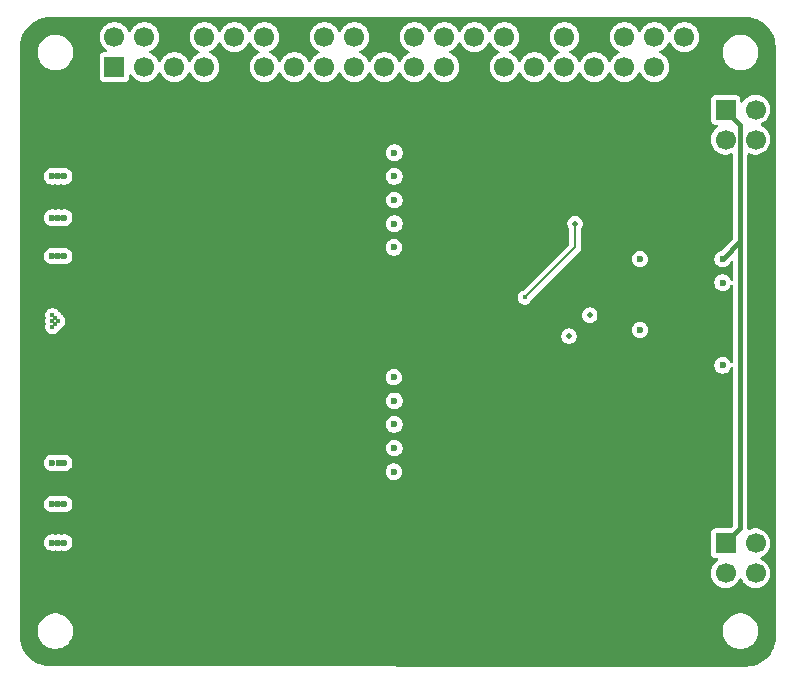
<source format=gbr>
%TF.GenerationSoftware,KiCad,Pcbnew,9.0.5*%
%TF.CreationDate,2025-10-24T16:15:44+02:00*%
%TF.ProjectId,poe4pi,706f6534-7069-42e6-9b69-6361645f7063,rev?*%
%TF.SameCoordinates,Original*%
%TF.FileFunction,Copper,L2,Inr*%
%TF.FilePolarity,Positive*%
%FSLAX46Y46*%
G04 Gerber Fmt 4.6, Leading zero omitted, Abs format (unit mm)*
G04 Created by KiCad (PCBNEW 9.0.5) date 2025-10-24 16:15:44*
%MOMM*%
%LPD*%
G01*
G04 APERTURE LIST*
%TA.AperFunction,ComponentPad*%
%ADD10R,1.700000X1.700000*%
%TD*%
%TA.AperFunction,ComponentPad*%
%ADD11C,1.700000*%
%TD*%
%TA.AperFunction,ViaPad*%
%ADD12C,0.600000*%
%TD*%
%TA.AperFunction,ViaPad*%
%ADD13C,0.400000*%
%TD*%
%TA.AperFunction,ViaPad*%
%ADD14C,0.500000*%
%TD*%
%TA.AperFunction,Conductor*%
%ADD15C,0.400000*%
%TD*%
%TA.AperFunction,Conductor*%
%ADD16C,0.200000*%
%TD*%
G04 APERTURE END LIST*
D10*
%TO.N,POE_PAIR_1-*%
%TO.C,J2*%
X88250000Y-78060000D03*
D11*
%TO.N,POE_PAIR_1+*%
X88250000Y-80600000D03*
%TO.N,POE_PAIR_2-*%
X90790000Y-78060000D03*
%TO.N,POE_PAIR_2+*%
X90790000Y-80600000D03*
%TD*%
D10*
%TO.N,POE_PAIR_1-*%
%TO.C,J1*%
X88250000Y-41360000D03*
D11*
%TO.N,POE_PAIR_1+*%
X88250000Y-43900000D03*
%TO.N,POE_PAIR_2-*%
X90790000Y-41360000D03*
%TO.N,POE_PAIR_2+*%
X90790000Y-43900000D03*
%TD*%
%TO.N,unconnected-(J3-Pin_40-Pad40)*%
%TO.C,J3*%
X84760000Y-35210000D03*
%TO.N,GND*%
X84760000Y-37750000D03*
%TO.N,unconnected-(J3-Pin_38-Pad38)*%
X82220000Y-35210000D03*
%TO.N,unconnected-(J3-Pin_37-Pad37)*%
X82220000Y-37750000D03*
%TO.N,unconnected-(J3-Pin_36-Pad36)*%
X79680000Y-35210000D03*
%TO.N,unconnected-(J3-Pin_35-Pad35)*%
X79680000Y-37750000D03*
%TO.N,GND*%
X77140000Y-35210000D03*
%TO.N,unconnected-(J3-Pin_33-Pad33)*%
X77140000Y-37750000D03*
%TO.N,unconnected-(J3-Pin_32-Pad32)*%
X74600000Y-35210000D03*
%TO.N,unconnected-(J3-Pin_31-Pad31)*%
X74600000Y-37750000D03*
%TO.N,GND*%
X72060000Y-35210000D03*
%TO.N,unconnected-(J3-Pin_29-Pad29)*%
X72060000Y-37750000D03*
%TO.N,unconnected-(J3-Pin_28-Pad28)*%
X69520000Y-35210000D03*
%TO.N,unconnected-(J3-Pin_27-Pad27)*%
X69520000Y-37750000D03*
%TO.N,unconnected-(J3-Pin_26-Pad26)*%
X66980000Y-35210000D03*
%TO.N,GND*%
X66980000Y-37750000D03*
%TO.N,unconnected-(J3-Pin_24-Pad24)*%
X64440000Y-35210000D03*
%TO.N,unconnected-(J3-Pin_23-Pad23)*%
X64440000Y-37750000D03*
%TO.N,unconnected-(J3-Pin_22-Pad22)*%
X61900000Y-35210000D03*
%TO.N,unconnected-(J3-Pin_21-Pad21)*%
X61900000Y-37750000D03*
%TO.N,GND*%
X59360000Y-35210000D03*
%TO.N,unconnected-(J3-Pin_19-Pad19)*%
X59360000Y-37750000D03*
%TO.N,unconnected-(J3-Pin_18-Pad18)*%
X56820000Y-35210000D03*
%TO.N,unconnected-(J3-Pin_17-Pad17)*%
X56820000Y-37750000D03*
%TO.N,unconnected-(J3-Pin_16-Pad16)*%
X54280000Y-35210000D03*
%TO.N,unconnected-(J3-Pin_15-Pad15)*%
X54280000Y-37750000D03*
%TO.N,GND*%
X51740000Y-35210000D03*
%TO.N,unconnected-(J3-Pin_13-Pad13)*%
X51740000Y-37750000D03*
%TO.N,unconnected-(J3-Pin_12-Pad12)*%
X49200000Y-35210000D03*
%TO.N,unconnected-(J3-Pin_11-Pad11)*%
X49200000Y-37750000D03*
%TO.N,unconnected-(J3-Pin_10-Pad10)*%
X46660000Y-35210000D03*
%TO.N,GND*%
X46660000Y-37750000D03*
%TO.N,unconnected-(J3-Pin_8-Pad8)*%
X44120000Y-35210000D03*
%TO.N,unconnected-(J3-Pin_7-Pad7)*%
X44120000Y-37750000D03*
%TO.N,GND*%
X41580000Y-35210000D03*
%TO.N,unconnected-(J3-Pin_5-Pad5)*%
X41580000Y-37750000D03*
%TO.N,+5V*%
X39040000Y-35210000D03*
%TO.N,unconnected-(J3-Pin_3-Pad3)*%
X39040000Y-37750000D03*
%TO.N,+5V*%
X36500000Y-35210000D03*
D10*
%TO.N,unconnected-(J3-Pin_1-Pad1)*%
X36500000Y-37750000D03*
%TD*%
D12*
%TO.N,GND*%
X35750000Y-50500000D03*
X78600000Y-60000000D03*
X35750000Y-74750000D03*
X30500000Y-66000000D03*
X78000000Y-58800000D03*
X30750000Y-41750000D03*
X79800000Y-59400000D03*
%TO.N,+5V*%
X31750000Y-50500000D03*
X32250000Y-53750000D03*
D13*
X31750000Y-59250000D03*
D12*
X31750000Y-74750000D03*
X32250000Y-74750000D03*
X31250000Y-74750000D03*
X31775000Y-71250000D03*
X31250000Y-78000000D03*
D13*
X31250000Y-59250000D03*
D12*
X32250000Y-47000000D03*
X31750000Y-78000000D03*
X31250000Y-50500000D03*
D13*
X31250000Y-58750000D03*
D12*
X32250000Y-71250000D03*
D13*
X31250000Y-59750000D03*
X31500000Y-59500000D03*
D12*
X31250000Y-53750000D03*
X31750000Y-53750000D03*
D13*
X31500000Y-59000000D03*
D12*
X31250000Y-47000000D03*
X32250000Y-50500000D03*
X32250000Y-78000000D03*
X31250000Y-71250000D03*
X31750000Y-47000000D03*
%TO.N,POE_V+*%
X81000000Y-60000000D03*
X60200000Y-70000000D03*
X60200000Y-51000000D03*
X60200000Y-45000000D03*
X60200000Y-47000000D03*
X81000000Y-54000000D03*
X60167024Y-64000000D03*
X60200000Y-49000000D03*
X60200000Y-66000000D03*
X60200000Y-68000000D03*
X60167024Y-72000000D03*
X60167024Y-53000000D03*
D14*
%TO.N,POE_V-*%
X75000000Y-60510000D03*
X76750000Y-58750000D03*
D12*
%TO.N,POE_PAIR_2-*%
X88000000Y-63000000D03*
%TO.N,POE_PAIR_1-*%
X88000000Y-54000000D03*
%TO.N,POE_PAIR_1+*%
X88000000Y-56000000D03*
D13*
%TO.N,Net-(U3-PG)*%
X71250000Y-57250000D03*
D14*
X75500000Y-51000000D03*
%TD*%
D15*
%TO.N,POE_PAIR_1-*%
X89501000Y-52000000D02*
X89501000Y-52499000D01*
X88250000Y-41360000D02*
X89501000Y-42611000D01*
X89501000Y-52499000D02*
X88000000Y-54000000D01*
X89501000Y-42611000D02*
X89501000Y-52000000D01*
X89501000Y-76809000D02*
X88250000Y-78060000D01*
X89501000Y-52000000D02*
X89501000Y-76809000D01*
D16*
%TO.N,Net-(U3-PG)*%
X75500000Y-53000000D02*
X71250000Y-57250000D01*
X75500000Y-51000000D02*
X75500000Y-53000000D01*
%TD*%
%TA.AperFunction,Conductor*%
%TO.N,GND*%
G36*
X89912791Y-33521821D02*
G01*
X89974935Y-33521820D01*
X89982419Y-33522045D01*
X90272482Y-33539589D01*
X90287340Y-33541393D01*
X90569475Y-33593095D01*
X90584008Y-33596677D01*
X90584030Y-33596684D01*
X90857859Y-33682011D01*
X90871860Y-33687321D01*
X91133422Y-33805039D01*
X91146680Y-33811997D01*
X91392150Y-33960389D01*
X91404461Y-33968887D01*
X91623479Y-34140476D01*
X91630259Y-34145788D01*
X91641467Y-34155718D01*
X91844281Y-34358532D01*
X91854211Y-34369740D01*
X92031108Y-34595532D01*
X92039614Y-34607855D01*
X92188001Y-34853318D01*
X92194960Y-34866577D01*
X92312678Y-35128139D01*
X92317988Y-35142140D01*
X92403321Y-35415988D01*
X92406904Y-35430527D01*
X92458605Y-35712655D01*
X92460410Y-35727520D01*
X92477953Y-36017579D01*
X92478179Y-36025009D01*
X92478179Y-36027022D01*
X92478179Y-36087209D01*
X92478207Y-36087314D01*
X92478211Y-36095542D01*
X92478211Y-36095545D01*
X92499498Y-85996222D01*
X92499272Y-86003762D01*
X92481728Y-86293794D01*
X92479923Y-86308659D01*
X92428219Y-86590798D01*
X92424635Y-86605336D01*
X92339306Y-86879167D01*
X92333997Y-86893168D01*
X92216275Y-87154736D01*
X92209316Y-87167995D01*
X92060928Y-87413459D01*
X92052422Y-87425782D01*
X91875526Y-87651573D01*
X91865596Y-87662781D01*
X91662781Y-87865596D01*
X91651573Y-87875526D01*
X91425782Y-88052422D01*
X91413459Y-88060928D01*
X91167995Y-88209316D01*
X91154736Y-88216275D01*
X90893168Y-88333997D01*
X90879167Y-88339306D01*
X90605336Y-88424635D01*
X90590798Y-88428219D01*
X90308659Y-88479923D01*
X90293794Y-88481728D01*
X90003756Y-88499272D01*
X89996224Y-88499498D01*
X31095376Y-88478205D01*
X31095375Y-88478205D01*
X31087296Y-88478202D01*
X31087209Y-88478179D01*
X31025016Y-88478179D01*
X31025010Y-88478177D01*
X31017576Y-88477953D01*
X30727520Y-88460410D01*
X30712655Y-88458605D01*
X30430527Y-88406904D01*
X30415988Y-88403321D01*
X30142140Y-88317988D01*
X30128139Y-88312678D01*
X29866577Y-88194960D01*
X29853318Y-88188001D01*
X29643113Y-88060928D01*
X29607852Y-88039612D01*
X29595532Y-88031108D01*
X29369740Y-87854211D01*
X29358532Y-87844281D01*
X29155718Y-87641467D01*
X29145788Y-87630259D01*
X28968887Y-87404461D01*
X28960389Y-87392150D01*
X28811997Y-87146680D01*
X28805039Y-87133422D01*
X28687321Y-86871860D01*
X28682011Y-86857859D01*
X28596678Y-86584011D01*
X28593095Y-86569472D01*
X28541393Y-86287340D01*
X28539589Y-86272479D01*
X28532220Y-86150646D01*
X28522045Y-85982419D01*
X28521820Y-85974934D01*
X28521821Y-85912791D01*
X28521820Y-85912787D01*
X28521820Y-85381902D01*
X29999500Y-85381902D01*
X29999500Y-85618097D01*
X30036446Y-85851368D01*
X30109433Y-86075996D01*
X30209547Y-86272479D01*
X30216657Y-86286433D01*
X30355483Y-86477510D01*
X30522490Y-86644517D01*
X30713567Y-86783343D01*
X30805643Y-86830258D01*
X30924003Y-86890566D01*
X30924005Y-86890566D01*
X30924008Y-86890568D01*
X31044412Y-86929689D01*
X31148631Y-86963553D01*
X31381903Y-87000500D01*
X31381908Y-87000500D01*
X31618097Y-87000500D01*
X31851368Y-86963553D01*
X32075992Y-86890568D01*
X32286433Y-86783343D01*
X32477510Y-86644517D01*
X32644517Y-86477510D01*
X32783343Y-86286433D01*
X32890568Y-86075992D01*
X32963553Y-85851368D01*
X33000500Y-85618097D01*
X33000500Y-85381902D01*
X87999500Y-85381902D01*
X87999500Y-85618097D01*
X88036446Y-85851368D01*
X88109433Y-86075996D01*
X88209547Y-86272479D01*
X88216657Y-86286433D01*
X88355483Y-86477510D01*
X88522490Y-86644517D01*
X88713567Y-86783343D01*
X88805643Y-86830258D01*
X88924003Y-86890566D01*
X88924005Y-86890566D01*
X88924008Y-86890568D01*
X89044412Y-86929689D01*
X89148631Y-86963553D01*
X89381903Y-87000500D01*
X89381908Y-87000500D01*
X89618097Y-87000500D01*
X89851368Y-86963553D01*
X90075992Y-86890568D01*
X90286433Y-86783343D01*
X90477510Y-86644517D01*
X90644517Y-86477510D01*
X90783343Y-86286433D01*
X90890568Y-86075992D01*
X90963553Y-85851368D01*
X91000500Y-85618097D01*
X91000500Y-85381902D01*
X90963553Y-85148631D01*
X90890566Y-84924003D01*
X90783342Y-84713566D01*
X90644517Y-84522490D01*
X90477510Y-84355483D01*
X90286433Y-84216657D01*
X90075996Y-84109433D01*
X89851368Y-84036446D01*
X89618097Y-83999500D01*
X89618092Y-83999500D01*
X89381908Y-83999500D01*
X89381903Y-83999500D01*
X89148631Y-84036446D01*
X88924003Y-84109433D01*
X88713566Y-84216657D01*
X88604550Y-84295862D01*
X88522490Y-84355483D01*
X88522488Y-84355485D01*
X88522487Y-84355485D01*
X88355485Y-84522487D01*
X88355485Y-84522488D01*
X88355483Y-84522490D01*
X88295862Y-84604550D01*
X88216657Y-84713566D01*
X88109433Y-84924003D01*
X88036446Y-85148631D01*
X87999500Y-85381902D01*
X33000500Y-85381902D01*
X32963553Y-85148631D01*
X32890566Y-84924003D01*
X32783342Y-84713566D01*
X32644517Y-84522490D01*
X32477510Y-84355483D01*
X32286433Y-84216657D01*
X32075996Y-84109433D01*
X31851368Y-84036446D01*
X31618097Y-83999500D01*
X31618092Y-83999500D01*
X31381908Y-83999500D01*
X31381903Y-83999500D01*
X31148631Y-84036446D01*
X30924003Y-84109433D01*
X30713566Y-84216657D01*
X30604550Y-84295862D01*
X30522490Y-84355483D01*
X30522488Y-84355485D01*
X30522487Y-84355485D01*
X30355485Y-84522487D01*
X30355485Y-84522488D01*
X30355483Y-84522490D01*
X30295862Y-84604550D01*
X30216657Y-84713566D01*
X30109433Y-84924003D01*
X30036446Y-85148631D01*
X29999500Y-85381902D01*
X28521820Y-85381902D01*
X28521820Y-78068995D01*
X30549499Y-78068995D01*
X30576418Y-78204322D01*
X30576421Y-78204332D01*
X30629221Y-78331804D01*
X30629228Y-78331817D01*
X30705885Y-78446541D01*
X30705888Y-78446545D01*
X30803454Y-78544111D01*
X30803458Y-78544114D01*
X30918182Y-78620771D01*
X30918195Y-78620778D01*
X31042007Y-78672062D01*
X31045672Y-78673580D01*
X31045676Y-78673580D01*
X31045677Y-78673581D01*
X31181004Y-78700500D01*
X31181007Y-78700500D01*
X31318995Y-78700500D01*
X31410041Y-78682389D01*
X31454328Y-78673580D01*
X31454335Y-78673576D01*
X31460155Y-78671812D01*
X31460651Y-78673448D01*
X31522003Y-78666846D01*
X31539769Y-78672062D01*
X31539845Y-78671812D01*
X31545667Y-78673578D01*
X31545672Y-78673580D01*
X31545676Y-78673580D01*
X31545677Y-78673581D01*
X31681004Y-78700500D01*
X31681007Y-78700500D01*
X31818995Y-78700500D01*
X31910041Y-78682389D01*
X31954328Y-78673580D01*
X31954335Y-78673576D01*
X31960155Y-78671812D01*
X31960651Y-78673448D01*
X32022003Y-78666846D01*
X32039769Y-78672062D01*
X32039845Y-78671812D01*
X32045667Y-78673578D01*
X32045672Y-78673580D01*
X32045676Y-78673580D01*
X32045677Y-78673581D01*
X32181004Y-78700500D01*
X32181007Y-78700500D01*
X32318995Y-78700500D01*
X32410041Y-78682389D01*
X32454328Y-78673580D01*
X32581811Y-78620775D01*
X32696542Y-78544114D01*
X32794114Y-78446542D01*
X32870775Y-78331811D01*
X32923580Y-78204328D01*
X32950500Y-78068993D01*
X32950500Y-77931007D01*
X32950500Y-77931004D01*
X32923581Y-77795677D01*
X32923580Y-77795676D01*
X32923580Y-77795672D01*
X32911776Y-77767174D01*
X32870778Y-77668195D01*
X32870771Y-77668182D01*
X32794114Y-77553458D01*
X32794111Y-77553454D01*
X32696545Y-77455888D01*
X32696541Y-77455885D01*
X32581817Y-77379228D01*
X32581804Y-77379221D01*
X32454332Y-77326421D01*
X32454322Y-77326418D01*
X32318995Y-77299500D01*
X32318993Y-77299500D01*
X32181007Y-77299500D01*
X32181005Y-77299500D01*
X32045674Y-77326419D01*
X32039840Y-77328189D01*
X32039344Y-77326555D01*
X31977975Y-77333149D01*
X31960235Y-77327940D01*
X31960160Y-77328189D01*
X31954325Y-77326419D01*
X31818995Y-77299500D01*
X31818993Y-77299500D01*
X31681007Y-77299500D01*
X31681005Y-77299500D01*
X31545674Y-77326419D01*
X31539840Y-77328189D01*
X31539344Y-77326555D01*
X31477975Y-77333149D01*
X31460235Y-77327940D01*
X31460160Y-77328189D01*
X31454325Y-77326419D01*
X31318995Y-77299500D01*
X31318993Y-77299500D01*
X31181007Y-77299500D01*
X31181005Y-77299500D01*
X31045677Y-77326418D01*
X31045667Y-77326421D01*
X30918195Y-77379221D01*
X30918182Y-77379228D01*
X30803458Y-77455885D01*
X30803454Y-77455888D01*
X30705888Y-77553454D01*
X30705885Y-77553458D01*
X30629228Y-77668182D01*
X30629221Y-77668195D01*
X30576421Y-77795667D01*
X30576418Y-77795677D01*
X30549500Y-77931004D01*
X30549500Y-77931007D01*
X30549500Y-78068993D01*
X30549500Y-78068995D01*
X30549499Y-78068995D01*
X28521820Y-78068995D01*
X28521820Y-74818995D01*
X30549499Y-74818995D01*
X30576418Y-74954322D01*
X30576421Y-74954332D01*
X30629221Y-75081804D01*
X30629228Y-75081817D01*
X30705885Y-75196541D01*
X30705888Y-75196545D01*
X30803454Y-75294111D01*
X30803458Y-75294114D01*
X30918182Y-75370771D01*
X30918195Y-75370778D01*
X31042007Y-75422062D01*
X31045672Y-75423580D01*
X31045676Y-75423580D01*
X31045677Y-75423581D01*
X31181004Y-75450500D01*
X31181007Y-75450500D01*
X31318995Y-75450500D01*
X31410041Y-75432389D01*
X31454328Y-75423580D01*
X31454335Y-75423576D01*
X31460155Y-75421812D01*
X31460651Y-75423448D01*
X31522003Y-75416846D01*
X31539769Y-75422062D01*
X31539845Y-75421812D01*
X31545667Y-75423578D01*
X31545672Y-75423580D01*
X31545676Y-75423580D01*
X31545677Y-75423581D01*
X31681004Y-75450500D01*
X31681007Y-75450500D01*
X31818995Y-75450500D01*
X31910041Y-75432389D01*
X31954328Y-75423580D01*
X31954335Y-75423576D01*
X31960155Y-75421812D01*
X31960651Y-75423448D01*
X32022003Y-75416846D01*
X32039769Y-75422062D01*
X32039845Y-75421812D01*
X32045667Y-75423578D01*
X32045672Y-75423580D01*
X32045676Y-75423580D01*
X32045677Y-75423581D01*
X32181004Y-75450500D01*
X32181007Y-75450500D01*
X32318995Y-75450500D01*
X32410041Y-75432389D01*
X32454328Y-75423580D01*
X32581811Y-75370775D01*
X32696542Y-75294114D01*
X32794114Y-75196542D01*
X32870775Y-75081811D01*
X32923580Y-74954328D01*
X32950500Y-74818993D01*
X32950500Y-74681007D01*
X32950500Y-74681004D01*
X32923581Y-74545677D01*
X32923580Y-74545676D01*
X32923580Y-74545672D01*
X32923578Y-74545667D01*
X32870778Y-74418195D01*
X32870771Y-74418182D01*
X32794114Y-74303458D01*
X32794111Y-74303454D01*
X32696545Y-74205888D01*
X32696541Y-74205885D01*
X32581817Y-74129228D01*
X32581804Y-74129221D01*
X32454332Y-74076421D01*
X32454322Y-74076418D01*
X32318995Y-74049500D01*
X32318993Y-74049500D01*
X32181007Y-74049500D01*
X32181005Y-74049500D01*
X32045674Y-74076419D01*
X32039840Y-74078189D01*
X32039344Y-74076555D01*
X31977975Y-74083149D01*
X31960235Y-74077940D01*
X31960160Y-74078189D01*
X31954325Y-74076419D01*
X31818995Y-74049500D01*
X31818993Y-74049500D01*
X31681007Y-74049500D01*
X31681005Y-74049500D01*
X31545674Y-74076419D01*
X31539840Y-74078189D01*
X31539344Y-74076555D01*
X31477975Y-74083149D01*
X31460235Y-74077940D01*
X31460160Y-74078189D01*
X31454325Y-74076419D01*
X31318995Y-74049500D01*
X31318993Y-74049500D01*
X31181007Y-74049500D01*
X31181005Y-74049500D01*
X31045677Y-74076418D01*
X31045667Y-74076421D01*
X30918195Y-74129221D01*
X30918182Y-74129228D01*
X30803458Y-74205885D01*
X30803454Y-74205888D01*
X30705888Y-74303454D01*
X30705885Y-74303458D01*
X30629228Y-74418182D01*
X30629221Y-74418195D01*
X30576421Y-74545667D01*
X30576418Y-74545677D01*
X30549500Y-74681004D01*
X30549500Y-74681007D01*
X30549500Y-74818993D01*
X30549500Y-74818995D01*
X30549499Y-74818995D01*
X28521820Y-74818995D01*
X28521820Y-72068995D01*
X59466523Y-72068995D01*
X59493442Y-72204322D01*
X59493445Y-72204332D01*
X59546245Y-72331804D01*
X59546252Y-72331817D01*
X59622909Y-72446541D01*
X59622912Y-72446545D01*
X59720478Y-72544111D01*
X59720482Y-72544114D01*
X59835206Y-72620771D01*
X59835219Y-72620778D01*
X59962691Y-72673578D01*
X59962696Y-72673580D01*
X59962700Y-72673580D01*
X59962701Y-72673581D01*
X60098028Y-72700500D01*
X60098031Y-72700500D01*
X60236019Y-72700500D01*
X60327065Y-72682389D01*
X60371352Y-72673580D01*
X60498835Y-72620775D01*
X60613566Y-72544114D01*
X60711138Y-72446542D01*
X60787799Y-72331811D01*
X60840604Y-72204328D01*
X60867524Y-72068993D01*
X60867524Y-71931007D01*
X60867524Y-71931004D01*
X60840605Y-71795677D01*
X60840604Y-71795676D01*
X60840604Y-71795672D01*
X60839957Y-71794111D01*
X60787802Y-71668195D01*
X60787795Y-71668182D01*
X60711138Y-71553458D01*
X60711135Y-71553454D01*
X60613569Y-71455888D01*
X60613565Y-71455885D01*
X60498841Y-71379228D01*
X60498828Y-71379221D01*
X60371356Y-71326421D01*
X60371346Y-71326418D01*
X60236019Y-71299500D01*
X60236017Y-71299500D01*
X60098031Y-71299500D01*
X60098029Y-71299500D01*
X59962701Y-71326418D01*
X59962691Y-71326421D01*
X59835219Y-71379221D01*
X59835206Y-71379228D01*
X59720482Y-71455885D01*
X59720478Y-71455888D01*
X59622912Y-71553454D01*
X59622909Y-71553458D01*
X59546252Y-71668182D01*
X59546245Y-71668195D01*
X59493445Y-71795667D01*
X59493442Y-71795677D01*
X59466524Y-71931004D01*
X59466524Y-71931007D01*
X59466524Y-72068993D01*
X59466524Y-72068995D01*
X59466523Y-72068995D01*
X28521820Y-72068995D01*
X28521820Y-71318995D01*
X30549499Y-71318995D01*
X30576418Y-71454322D01*
X30576421Y-71454332D01*
X30629221Y-71581804D01*
X30629228Y-71581817D01*
X30705885Y-71696541D01*
X30705888Y-71696545D01*
X30803454Y-71794111D01*
X30803458Y-71794114D01*
X30918182Y-71870771D01*
X30918195Y-71870778D01*
X31012498Y-71909839D01*
X31045672Y-71923580D01*
X31045676Y-71923580D01*
X31045677Y-71923581D01*
X31181004Y-71950500D01*
X31181007Y-71950500D01*
X31318995Y-71950500D01*
X31417005Y-71931004D01*
X31454328Y-71923580D01*
X31465045Y-71919140D01*
X31534511Y-71911669D01*
X31559949Y-71919138D01*
X31570672Y-71923580D01*
X31570676Y-71923580D01*
X31570677Y-71923581D01*
X31706004Y-71950500D01*
X31706007Y-71950500D01*
X31843995Y-71950500D01*
X31843996Y-71950499D01*
X31875615Y-71944209D01*
X31985304Y-71922392D01*
X31985694Y-71924357D01*
X32039401Y-71923870D01*
X32039696Y-71922392D01*
X32181002Y-71950499D01*
X32181005Y-71950500D01*
X32181007Y-71950500D01*
X32318995Y-71950500D01*
X32417005Y-71931004D01*
X32454328Y-71923580D01*
X32581811Y-71870775D01*
X32696542Y-71794114D01*
X32794114Y-71696542D01*
X32870775Y-71581811D01*
X32923580Y-71454328D01*
X32932389Y-71410041D01*
X32950500Y-71318995D01*
X32950500Y-71181004D01*
X32923581Y-71045677D01*
X32923580Y-71045676D01*
X32923580Y-71045672D01*
X32923578Y-71045667D01*
X32870778Y-70918195D01*
X32870771Y-70918182D01*
X32794114Y-70803458D01*
X32794111Y-70803454D01*
X32696545Y-70705888D01*
X32696541Y-70705885D01*
X32581817Y-70629228D01*
X32581804Y-70629221D01*
X32454332Y-70576421D01*
X32454322Y-70576418D01*
X32318995Y-70549500D01*
X32318993Y-70549500D01*
X32181007Y-70549500D01*
X32181005Y-70549500D01*
X32039698Y-70577608D01*
X32039307Y-70575644D01*
X31985596Y-70576126D01*
X31985302Y-70577608D01*
X31843995Y-70549500D01*
X31843993Y-70549500D01*
X31706007Y-70549500D01*
X31706005Y-70549500D01*
X31570673Y-70576419D01*
X31570662Y-70576422D01*
X31559949Y-70580860D01*
X31490480Y-70588327D01*
X31465051Y-70580860D01*
X31454337Y-70576422D01*
X31454326Y-70576419D01*
X31318995Y-70549500D01*
X31318993Y-70549500D01*
X31181007Y-70549500D01*
X31181005Y-70549500D01*
X31045677Y-70576418D01*
X31045667Y-70576421D01*
X30918195Y-70629221D01*
X30918182Y-70629228D01*
X30803458Y-70705885D01*
X30803454Y-70705888D01*
X30705888Y-70803454D01*
X30705885Y-70803458D01*
X30629228Y-70918182D01*
X30629221Y-70918195D01*
X30576421Y-71045667D01*
X30576418Y-71045677D01*
X30549500Y-71181004D01*
X30549500Y-71181007D01*
X30549500Y-71318993D01*
X30549500Y-71318995D01*
X30549499Y-71318995D01*
X28521820Y-71318995D01*
X28521820Y-70068995D01*
X59499499Y-70068995D01*
X59526418Y-70204322D01*
X59526421Y-70204332D01*
X59579221Y-70331804D01*
X59579228Y-70331817D01*
X59655885Y-70446541D01*
X59655888Y-70446545D01*
X59753454Y-70544111D01*
X59753458Y-70544114D01*
X59868182Y-70620771D01*
X59868195Y-70620778D01*
X59995667Y-70673578D01*
X59995672Y-70673580D01*
X59995676Y-70673580D01*
X59995677Y-70673581D01*
X60131004Y-70700500D01*
X60131007Y-70700500D01*
X60268995Y-70700500D01*
X60360041Y-70682389D01*
X60404328Y-70673580D01*
X60511411Y-70629225D01*
X60531804Y-70620778D01*
X60531804Y-70620777D01*
X60531811Y-70620775D01*
X60646542Y-70544114D01*
X60744114Y-70446542D01*
X60820775Y-70331811D01*
X60873580Y-70204328D01*
X60900500Y-70068993D01*
X60900500Y-69931007D01*
X60900500Y-69931004D01*
X60873581Y-69795677D01*
X60873580Y-69795676D01*
X60873580Y-69795672D01*
X60873578Y-69795667D01*
X60820778Y-69668195D01*
X60820771Y-69668182D01*
X60744114Y-69553458D01*
X60744111Y-69553454D01*
X60646545Y-69455888D01*
X60646541Y-69455885D01*
X60531817Y-69379228D01*
X60531804Y-69379221D01*
X60404332Y-69326421D01*
X60404322Y-69326418D01*
X60268995Y-69299500D01*
X60268993Y-69299500D01*
X60131007Y-69299500D01*
X60131005Y-69299500D01*
X59995677Y-69326418D01*
X59995667Y-69326421D01*
X59868195Y-69379221D01*
X59868182Y-69379228D01*
X59753458Y-69455885D01*
X59753454Y-69455888D01*
X59655888Y-69553454D01*
X59655885Y-69553458D01*
X59579228Y-69668182D01*
X59579221Y-69668195D01*
X59526421Y-69795667D01*
X59526418Y-69795677D01*
X59499500Y-69931004D01*
X59499500Y-69931007D01*
X59499500Y-70068993D01*
X59499500Y-70068995D01*
X59499499Y-70068995D01*
X28521820Y-70068995D01*
X28521820Y-68068995D01*
X59499499Y-68068995D01*
X59526418Y-68204322D01*
X59526421Y-68204332D01*
X59579221Y-68331804D01*
X59579228Y-68331817D01*
X59655885Y-68446541D01*
X59655888Y-68446545D01*
X59753454Y-68544111D01*
X59753458Y-68544114D01*
X59868182Y-68620771D01*
X59868195Y-68620778D01*
X59995667Y-68673578D01*
X59995672Y-68673580D01*
X59995676Y-68673580D01*
X59995677Y-68673581D01*
X60131004Y-68700500D01*
X60131007Y-68700500D01*
X60268995Y-68700500D01*
X60360041Y-68682389D01*
X60404328Y-68673580D01*
X60531811Y-68620775D01*
X60646542Y-68544114D01*
X60744114Y-68446542D01*
X60820775Y-68331811D01*
X60873580Y-68204328D01*
X60900500Y-68068993D01*
X60900500Y-67931007D01*
X60900500Y-67931004D01*
X60873581Y-67795677D01*
X60873580Y-67795676D01*
X60873580Y-67795672D01*
X60873578Y-67795667D01*
X60820778Y-67668195D01*
X60820771Y-67668182D01*
X60744114Y-67553458D01*
X60744111Y-67553454D01*
X60646545Y-67455888D01*
X60646541Y-67455885D01*
X60531817Y-67379228D01*
X60531804Y-67379221D01*
X60404332Y-67326421D01*
X60404322Y-67326418D01*
X60268995Y-67299500D01*
X60268993Y-67299500D01*
X60131007Y-67299500D01*
X60131005Y-67299500D01*
X59995677Y-67326418D01*
X59995667Y-67326421D01*
X59868195Y-67379221D01*
X59868182Y-67379228D01*
X59753458Y-67455885D01*
X59753454Y-67455888D01*
X59655888Y-67553454D01*
X59655885Y-67553458D01*
X59579228Y-67668182D01*
X59579221Y-67668195D01*
X59526421Y-67795667D01*
X59526418Y-67795677D01*
X59499500Y-67931004D01*
X59499500Y-67931007D01*
X59499500Y-68068993D01*
X59499500Y-68068995D01*
X59499499Y-68068995D01*
X28521820Y-68068995D01*
X28521820Y-66068995D01*
X59499499Y-66068995D01*
X59526418Y-66204322D01*
X59526421Y-66204332D01*
X59579221Y-66331804D01*
X59579228Y-66331817D01*
X59655885Y-66446541D01*
X59655888Y-66446545D01*
X59753454Y-66544111D01*
X59753458Y-66544114D01*
X59868182Y-66620771D01*
X59868195Y-66620778D01*
X59995667Y-66673578D01*
X59995672Y-66673580D01*
X59995676Y-66673580D01*
X59995677Y-66673581D01*
X60131004Y-66700500D01*
X60131007Y-66700500D01*
X60268995Y-66700500D01*
X60360041Y-66682389D01*
X60404328Y-66673580D01*
X60531811Y-66620775D01*
X60646542Y-66544114D01*
X60744114Y-66446542D01*
X60820775Y-66331811D01*
X60873580Y-66204328D01*
X60900500Y-66068993D01*
X60900500Y-65931007D01*
X60900500Y-65931004D01*
X60873581Y-65795677D01*
X60873580Y-65795676D01*
X60873580Y-65795672D01*
X60873578Y-65795667D01*
X60820778Y-65668195D01*
X60820771Y-65668182D01*
X60744114Y-65553458D01*
X60744111Y-65553454D01*
X60646545Y-65455888D01*
X60646541Y-65455885D01*
X60531817Y-65379228D01*
X60531804Y-65379221D01*
X60404332Y-65326421D01*
X60404322Y-65326418D01*
X60268995Y-65299500D01*
X60268993Y-65299500D01*
X60131007Y-65299500D01*
X60131005Y-65299500D01*
X59995677Y-65326418D01*
X59995667Y-65326421D01*
X59868195Y-65379221D01*
X59868182Y-65379228D01*
X59753458Y-65455885D01*
X59753454Y-65455888D01*
X59655888Y-65553454D01*
X59655885Y-65553458D01*
X59579228Y-65668182D01*
X59579221Y-65668195D01*
X59526421Y-65795667D01*
X59526418Y-65795677D01*
X59499500Y-65931004D01*
X59499500Y-65931007D01*
X59499500Y-66068993D01*
X59499500Y-66068995D01*
X59499499Y-66068995D01*
X28521820Y-66068995D01*
X28521820Y-64068995D01*
X59466523Y-64068995D01*
X59493442Y-64204322D01*
X59493445Y-64204332D01*
X59546245Y-64331804D01*
X59546252Y-64331817D01*
X59622909Y-64446541D01*
X59622912Y-64446545D01*
X59720478Y-64544111D01*
X59720482Y-64544114D01*
X59835206Y-64620771D01*
X59835219Y-64620778D01*
X59962691Y-64673578D01*
X59962696Y-64673580D01*
X59962700Y-64673580D01*
X59962701Y-64673581D01*
X60098028Y-64700500D01*
X60098031Y-64700500D01*
X60236019Y-64700500D01*
X60327065Y-64682389D01*
X60371352Y-64673580D01*
X60498835Y-64620775D01*
X60613566Y-64544114D01*
X60711138Y-64446542D01*
X60787799Y-64331811D01*
X60840604Y-64204328D01*
X60867524Y-64068993D01*
X60867524Y-63931007D01*
X60867524Y-63931004D01*
X60840605Y-63795677D01*
X60840604Y-63795676D01*
X60840604Y-63795672D01*
X60801183Y-63700500D01*
X60787802Y-63668195D01*
X60787795Y-63668182D01*
X60711138Y-63553458D01*
X60711135Y-63553454D01*
X60613569Y-63455888D01*
X60613565Y-63455885D01*
X60498841Y-63379228D01*
X60498828Y-63379221D01*
X60371356Y-63326421D01*
X60371346Y-63326418D01*
X60236019Y-63299500D01*
X60236017Y-63299500D01*
X60098031Y-63299500D01*
X60098029Y-63299500D01*
X59962701Y-63326418D01*
X59962691Y-63326421D01*
X59835219Y-63379221D01*
X59835206Y-63379228D01*
X59720482Y-63455885D01*
X59720478Y-63455888D01*
X59622912Y-63553454D01*
X59622909Y-63553458D01*
X59546252Y-63668182D01*
X59546245Y-63668195D01*
X59493445Y-63795667D01*
X59493442Y-63795677D01*
X59466524Y-63931004D01*
X59466524Y-63931007D01*
X59466524Y-64068993D01*
X59466524Y-64068995D01*
X59466523Y-64068995D01*
X28521820Y-64068995D01*
X28521820Y-60574071D01*
X74349499Y-60574071D01*
X74374497Y-60699738D01*
X74374499Y-60699744D01*
X74423533Y-60818124D01*
X74423538Y-60818133D01*
X74494723Y-60924668D01*
X74494726Y-60924672D01*
X74585327Y-61015273D01*
X74585331Y-61015276D01*
X74691866Y-61086461D01*
X74691872Y-61086464D01*
X74691873Y-61086465D01*
X74810256Y-61135501D01*
X74810260Y-61135501D01*
X74810261Y-61135502D01*
X74935928Y-61160500D01*
X74935931Y-61160500D01*
X75064071Y-61160500D01*
X75148615Y-61143682D01*
X75189744Y-61135501D01*
X75308127Y-61086465D01*
X75414669Y-61015276D01*
X75505276Y-60924669D01*
X75576465Y-60818127D01*
X75625501Y-60699744D01*
X75641209Y-60620778D01*
X75650500Y-60574071D01*
X75650500Y-60445928D01*
X75625502Y-60320261D01*
X75625501Y-60320260D01*
X75625501Y-60320256D01*
X75577482Y-60204328D01*
X75576466Y-60201875D01*
X75576461Y-60201866D01*
X75505276Y-60095331D01*
X75505273Y-60095327D01*
X75478941Y-60068995D01*
X80299499Y-60068995D01*
X80326418Y-60204322D01*
X80326421Y-60204332D01*
X80379221Y-60331804D01*
X80379228Y-60331817D01*
X80455885Y-60446541D01*
X80455888Y-60446545D01*
X80553454Y-60544111D01*
X80553458Y-60544114D01*
X80668182Y-60620771D01*
X80668195Y-60620778D01*
X80795667Y-60673578D01*
X80795672Y-60673580D01*
X80795676Y-60673580D01*
X80795677Y-60673581D01*
X80931004Y-60700500D01*
X80931007Y-60700500D01*
X81068995Y-60700500D01*
X81160041Y-60682389D01*
X81204328Y-60673580D01*
X81331811Y-60620775D01*
X81446542Y-60544114D01*
X81544114Y-60446542D01*
X81620775Y-60331811D01*
X81673580Y-60204328D01*
X81690609Y-60118717D01*
X81700500Y-60068995D01*
X81700500Y-59931004D01*
X81673581Y-59795677D01*
X81673580Y-59795676D01*
X81673580Y-59795672D01*
X81660663Y-59764487D01*
X81620778Y-59668195D01*
X81620771Y-59668182D01*
X81544114Y-59553458D01*
X81544111Y-59553454D01*
X81446545Y-59455888D01*
X81446541Y-59455885D01*
X81331817Y-59379228D01*
X81331804Y-59379221D01*
X81204332Y-59326421D01*
X81204322Y-59326418D01*
X81068995Y-59299500D01*
X81068993Y-59299500D01*
X80931007Y-59299500D01*
X80931005Y-59299500D01*
X80795677Y-59326418D01*
X80795667Y-59326421D01*
X80668195Y-59379221D01*
X80668182Y-59379228D01*
X80553458Y-59455885D01*
X80553454Y-59455888D01*
X80455888Y-59553454D01*
X80455885Y-59553458D01*
X80379228Y-59668182D01*
X80379221Y-59668195D01*
X80326421Y-59795667D01*
X80326418Y-59795677D01*
X80299500Y-59931004D01*
X80299500Y-59931007D01*
X80299500Y-60068993D01*
X80299500Y-60068995D01*
X80299499Y-60068995D01*
X75478941Y-60068995D01*
X75414672Y-60004726D01*
X75414668Y-60004723D01*
X75308133Y-59933538D01*
X75308124Y-59933533D01*
X75189744Y-59884499D01*
X75189738Y-59884497D01*
X75064071Y-59859500D01*
X75064069Y-59859500D01*
X74935931Y-59859500D01*
X74935929Y-59859500D01*
X74810261Y-59884497D01*
X74810255Y-59884499D01*
X74691875Y-59933533D01*
X74691866Y-59933538D01*
X74585331Y-60004723D01*
X74585327Y-60004726D01*
X74494726Y-60095327D01*
X74494723Y-60095331D01*
X74423538Y-60201866D01*
X74423533Y-60201875D01*
X74374499Y-60320255D01*
X74374497Y-60320261D01*
X74349500Y-60445928D01*
X74349500Y-60445931D01*
X74349500Y-60574069D01*
X74349500Y-60574071D01*
X74349499Y-60574071D01*
X28521820Y-60574071D01*
X28521820Y-58670943D01*
X30649500Y-58670943D01*
X30649500Y-58829056D01*
X30686704Y-58967907D01*
X30686704Y-59032093D01*
X30649500Y-59170943D01*
X30649500Y-59329056D01*
X30686704Y-59467907D01*
X30686704Y-59532093D01*
X30663496Y-59618709D01*
X30649500Y-59670943D01*
X30649500Y-59829057D01*
X30690085Y-59980520D01*
X30690423Y-59981783D01*
X30690426Y-59981790D01*
X30769475Y-60118709D01*
X30769479Y-60118714D01*
X30769480Y-60118716D01*
X30881284Y-60230520D01*
X30881286Y-60230521D01*
X30881290Y-60230524D01*
X31018209Y-60309573D01*
X31018216Y-60309577D01*
X31170943Y-60350500D01*
X31170945Y-60350500D01*
X31329055Y-60350500D01*
X31329057Y-60350500D01*
X31481784Y-60309577D01*
X31618716Y-60230520D01*
X31730520Y-60118716D01*
X31764489Y-60059876D01*
X31809876Y-60014489D01*
X31868716Y-59980520D01*
X31980520Y-59868716D01*
X32014489Y-59809876D01*
X32059876Y-59764489D01*
X32118716Y-59730520D01*
X32230520Y-59618716D01*
X32309577Y-59481784D01*
X32350500Y-59329057D01*
X32350500Y-59170943D01*
X32309577Y-59018216D01*
X32288543Y-58981784D01*
X32230524Y-58881290D01*
X32230518Y-58881282D01*
X32163307Y-58814071D01*
X76099499Y-58814071D01*
X76124497Y-58939738D01*
X76124499Y-58939744D01*
X76173533Y-59058124D01*
X76173538Y-59058133D01*
X76244723Y-59164668D01*
X76244726Y-59164672D01*
X76335327Y-59255273D01*
X76335331Y-59255276D01*
X76441866Y-59326461D01*
X76441875Y-59326466D01*
X76468692Y-59337574D01*
X76560256Y-59375501D01*
X76560260Y-59375501D01*
X76560261Y-59375502D01*
X76685928Y-59400500D01*
X76685931Y-59400500D01*
X76814071Y-59400500D01*
X76898615Y-59383682D01*
X76939744Y-59375501D01*
X77058127Y-59326465D01*
X77164669Y-59255276D01*
X77255276Y-59164669D01*
X77326465Y-59058127D01*
X77375501Y-58939744D01*
X77400500Y-58814069D01*
X77400500Y-58685931D01*
X77400500Y-58685928D01*
X77375502Y-58560261D01*
X77375501Y-58560260D01*
X77375501Y-58560256D01*
X77326465Y-58441873D01*
X77326464Y-58441872D01*
X77326461Y-58441866D01*
X77255276Y-58335331D01*
X77255273Y-58335327D01*
X77164672Y-58244726D01*
X77164668Y-58244723D01*
X77058133Y-58173538D01*
X77058124Y-58173533D01*
X76939744Y-58124499D01*
X76939738Y-58124497D01*
X76814071Y-58099500D01*
X76814069Y-58099500D01*
X76685931Y-58099500D01*
X76685929Y-58099500D01*
X76560261Y-58124497D01*
X76560255Y-58124499D01*
X76441875Y-58173533D01*
X76441866Y-58173538D01*
X76335331Y-58244723D01*
X76335327Y-58244726D01*
X76244726Y-58335327D01*
X76244723Y-58335331D01*
X76173538Y-58441866D01*
X76173533Y-58441875D01*
X76124499Y-58560255D01*
X76124497Y-58560261D01*
X76099500Y-58685928D01*
X76099500Y-58685931D01*
X76099500Y-58814069D01*
X76099500Y-58814071D01*
X76099499Y-58814071D01*
X32163307Y-58814071D01*
X32126696Y-58777460D01*
X32118716Y-58769480D01*
X32057954Y-58734400D01*
X32056050Y-58733207D01*
X32044083Y-58719716D01*
X32014488Y-58690120D01*
X31980522Y-58631287D01*
X31980518Y-58631282D01*
X31868717Y-58519481D01*
X31868716Y-58519480D01*
X31809876Y-58485509D01*
X31764488Y-58440120D01*
X31730522Y-58381287D01*
X31730518Y-58381282D01*
X31618717Y-58269481D01*
X31618709Y-58269475D01*
X31481790Y-58190426D01*
X31481786Y-58190424D01*
X31481784Y-58190423D01*
X31329057Y-58149500D01*
X31170943Y-58149500D01*
X31018216Y-58190423D01*
X31018209Y-58190426D01*
X30881290Y-58269475D01*
X30881282Y-58269481D01*
X30769481Y-58381282D01*
X30769475Y-58381290D01*
X30690426Y-58518209D01*
X30690423Y-58518216D01*
X30649500Y-58670943D01*
X28521820Y-58670943D01*
X28521820Y-57170943D01*
X70649500Y-57170943D01*
X70649500Y-57329057D01*
X70690423Y-57481782D01*
X70690423Y-57481783D01*
X70690426Y-57481790D01*
X70769475Y-57618709D01*
X70769479Y-57618714D01*
X70769480Y-57618716D01*
X70881284Y-57730520D01*
X70881286Y-57730521D01*
X70881290Y-57730524D01*
X71018209Y-57809573D01*
X71018216Y-57809577D01*
X71170943Y-57850500D01*
X71170945Y-57850500D01*
X71329055Y-57850500D01*
X71329057Y-57850500D01*
X71481784Y-57809577D01*
X71618716Y-57730520D01*
X71730520Y-57618716D01*
X71809577Y-57481784D01*
X71831558Y-57399748D01*
X71863649Y-57344163D01*
X75138819Y-54068995D01*
X80299499Y-54068995D01*
X80326418Y-54204322D01*
X80326421Y-54204332D01*
X80379221Y-54331804D01*
X80379228Y-54331817D01*
X80455885Y-54446541D01*
X80455888Y-54446545D01*
X80553454Y-54544111D01*
X80553458Y-54544114D01*
X80668182Y-54620771D01*
X80668195Y-54620778D01*
X80795667Y-54673578D01*
X80795672Y-54673580D01*
X80795676Y-54673580D01*
X80795677Y-54673581D01*
X80931004Y-54700500D01*
X80931007Y-54700500D01*
X81068995Y-54700500D01*
X81160041Y-54682389D01*
X81204328Y-54673580D01*
X81331811Y-54620775D01*
X81446542Y-54544114D01*
X81544114Y-54446542D01*
X81620775Y-54331811D01*
X81673580Y-54204328D01*
X81697949Y-54081817D01*
X81700500Y-54068995D01*
X81700500Y-53931004D01*
X81673581Y-53795677D01*
X81673580Y-53795676D01*
X81673580Y-53795672D01*
X81634159Y-53700500D01*
X81620778Y-53668195D01*
X81620771Y-53668182D01*
X81544114Y-53553458D01*
X81544111Y-53553454D01*
X81446545Y-53455888D01*
X81446541Y-53455885D01*
X81331817Y-53379228D01*
X81331804Y-53379221D01*
X81204332Y-53326421D01*
X81204322Y-53326418D01*
X81068995Y-53299500D01*
X81068993Y-53299500D01*
X80931007Y-53299500D01*
X80931005Y-53299500D01*
X80795677Y-53326418D01*
X80795667Y-53326421D01*
X80668195Y-53379221D01*
X80668182Y-53379228D01*
X80553458Y-53455885D01*
X80553454Y-53455888D01*
X80455888Y-53553454D01*
X80455885Y-53553458D01*
X80379228Y-53668182D01*
X80379221Y-53668195D01*
X80326421Y-53795667D01*
X80326418Y-53795677D01*
X80299500Y-53931004D01*
X80299500Y-53931007D01*
X80299500Y-54068993D01*
X80299500Y-54068995D01*
X80299499Y-54068995D01*
X75138819Y-54068995D01*
X75900500Y-53307314D01*
X75966392Y-53193186D01*
X76000500Y-53065892D01*
X76000500Y-52934107D01*
X76000500Y-51459432D01*
X76020185Y-51392393D01*
X76021398Y-51390541D01*
X76076461Y-51308133D01*
X76076461Y-51308132D01*
X76076465Y-51308127D01*
X76125501Y-51189744D01*
X76139221Y-51120771D01*
X76150500Y-51064071D01*
X76150500Y-50935928D01*
X76125502Y-50810261D01*
X76125501Y-50810260D01*
X76125501Y-50810256D01*
X76076465Y-50691873D01*
X76076464Y-50691872D01*
X76076461Y-50691866D01*
X76005276Y-50585331D01*
X76005273Y-50585327D01*
X75914672Y-50494726D01*
X75914668Y-50494723D01*
X75808133Y-50423538D01*
X75808124Y-50423533D01*
X75689744Y-50374499D01*
X75689738Y-50374497D01*
X75564071Y-50349500D01*
X75564069Y-50349500D01*
X75435931Y-50349500D01*
X75435929Y-50349500D01*
X75310261Y-50374497D01*
X75310255Y-50374499D01*
X75191875Y-50423533D01*
X75191866Y-50423538D01*
X75085331Y-50494723D01*
X75085327Y-50494726D01*
X74994726Y-50585327D01*
X74994723Y-50585331D01*
X74923538Y-50691866D01*
X74923533Y-50691875D01*
X74874499Y-50810255D01*
X74874497Y-50810261D01*
X74849500Y-50935928D01*
X74849500Y-50935931D01*
X74849500Y-51064069D01*
X74849500Y-51064071D01*
X74849499Y-51064071D01*
X74874497Y-51189738D01*
X74874499Y-51189744D01*
X74923533Y-51308124D01*
X74923538Y-51308133D01*
X74978602Y-51390541D01*
X74999480Y-51457218D01*
X74999500Y-51459432D01*
X74999500Y-52741323D01*
X74979815Y-52808362D01*
X74963181Y-52829004D01*
X71155837Y-56636347D01*
X71100252Y-56668440D01*
X71018218Y-56690422D01*
X71018209Y-56690426D01*
X70881290Y-56769475D01*
X70881282Y-56769481D01*
X70769481Y-56881282D01*
X70769475Y-56881290D01*
X70690426Y-57018209D01*
X70690423Y-57018216D01*
X70649500Y-57170943D01*
X28521820Y-57170943D01*
X28521820Y-53818995D01*
X30549499Y-53818995D01*
X30576418Y-53954322D01*
X30576421Y-53954332D01*
X30629221Y-54081804D01*
X30629228Y-54081817D01*
X30705885Y-54196541D01*
X30705888Y-54196545D01*
X30803454Y-54294111D01*
X30803458Y-54294114D01*
X30918182Y-54370771D01*
X30918195Y-54370778D01*
X31042007Y-54422062D01*
X31045672Y-54423580D01*
X31045676Y-54423580D01*
X31045677Y-54423581D01*
X31181004Y-54450500D01*
X31181007Y-54450500D01*
X31318995Y-54450500D01*
X31410041Y-54432389D01*
X31454328Y-54423580D01*
X31454335Y-54423576D01*
X31460155Y-54421812D01*
X31460651Y-54423448D01*
X31522003Y-54416846D01*
X31539769Y-54422062D01*
X31539845Y-54421812D01*
X31545667Y-54423578D01*
X31545672Y-54423580D01*
X31545676Y-54423580D01*
X31545677Y-54423581D01*
X31681004Y-54450500D01*
X31681007Y-54450500D01*
X31818995Y-54450500D01*
X31910041Y-54432389D01*
X31954328Y-54423580D01*
X31954335Y-54423576D01*
X31960155Y-54421812D01*
X31960651Y-54423448D01*
X32022003Y-54416846D01*
X32039769Y-54422062D01*
X32039845Y-54421812D01*
X32045667Y-54423578D01*
X32045672Y-54423580D01*
X32045676Y-54423580D01*
X32045677Y-54423581D01*
X32181004Y-54450500D01*
X32181007Y-54450500D01*
X32318995Y-54450500D01*
X32410041Y-54432389D01*
X32454328Y-54423580D01*
X32581811Y-54370775D01*
X32696542Y-54294114D01*
X32794114Y-54196542D01*
X32870775Y-54081811D01*
X32923580Y-53954328D01*
X32950500Y-53818993D01*
X32950500Y-53681007D01*
X32950500Y-53681004D01*
X32923581Y-53545677D01*
X32923580Y-53545676D01*
X32923580Y-53545672D01*
X32922933Y-53544111D01*
X32870778Y-53418195D01*
X32870771Y-53418182D01*
X32794114Y-53303458D01*
X32794111Y-53303454D01*
X32696545Y-53205888D01*
X32696541Y-53205885D01*
X32581817Y-53129228D01*
X32581804Y-53129221D01*
X32454332Y-53076421D01*
X32454322Y-53076418D01*
X32417004Y-53068995D01*
X59466523Y-53068995D01*
X59493442Y-53204322D01*
X59493445Y-53204332D01*
X59546245Y-53331804D01*
X59546252Y-53331817D01*
X59622909Y-53446541D01*
X59622912Y-53446545D01*
X59720478Y-53544111D01*
X59720482Y-53544114D01*
X59835206Y-53620771D01*
X59835219Y-53620778D01*
X59949664Y-53668182D01*
X59962696Y-53673580D01*
X59962700Y-53673580D01*
X59962701Y-53673581D01*
X60098028Y-53700500D01*
X60098031Y-53700500D01*
X60236019Y-53700500D01*
X60334029Y-53681004D01*
X60371352Y-53673580D01*
X60498835Y-53620775D01*
X60613566Y-53544114D01*
X60711138Y-53446542D01*
X60787799Y-53331811D01*
X60840604Y-53204328D01*
X60849413Y-53160041D01*
X60867524Y-53068995D01*
X60867524Y-52931004D01*
X60840605Y-52795677D01*
X60840604Y-52795676D01*
X60840604Y-52795672D01*
X60818092Y-52741323D01*
X60787802Y-52668195D01*
X60787795Y-52668182D01*
X60711138Y-52553458D01*
X60711135Y-52553454D01*
X60613569Y-52455888D01*
X60613565Y-52455885D01*
X60498841Y-52379228D01*
X60498828Y-52379221D01*
X60371356Y-52326421D01*
X60371346Y-52326418D01*
X60236019Y-52299500D01*
X60236017Y-52299500D01*
X60098031Y-52299500D01*
X60098029Y-52299500D01*
X59962701Y-52326418D01*
X59962691Y-52326421D01*
X59835219Y-52379221D01*
X59835206Y-52379228D01*
X59720482Y-52455885D01*
X59720478Y-52455888D01*
X59622912Y-52553454D01*
X59622909Y-52553458D01*
X59546252Y-52668182D01*
X59546245Y-52668195D01*
X59493445Y-52795667D01*
X59493442Y-52795677D01*
X59466524Y-52931004D01*
X59466524Y-52931007D01*
X59466524Y-53068993D01*
X59466524Y-53068995D01*
X59466523Y-53068995D01*
X32417004Y-53068995D01*
X32318995Y-53049500D01*
X32318993Y-53049500D01*
X32181007Y-53049500D01*
X32181005Y-53049500D01*
X32045674Y-53076419D01*
X32039840Y-53078189D01*
X32039344Y-53076555D01*
X31977975Y-53083149D01*
X31960235Y-53077940D01*
X31960160Y-53078189D01*
X31954325Y-53076419D01*
X31818995Y-53049500D01*
X31818993Y-53049500D01*
X31681007Y-53049500D01*
X31681005Y-53049500D01*
X31545674Y-53076419D01*
X31539840Y-53078189D01*
X31539344Y-53076555D01*
X31477975Y-53083149D01*
X31460235Y-53077940D01*
X31460160Y-53078189D01*
X31454325Y-53076419D01*
X31318995Y-53049500D01*
X31318993Y-53049500D01*
X31181007Y-53049500D01*
X31181005Y-53049500D01*
X31045677Y-53076418D01*
X31045667Y-53076421D01*
X30918195Y-53129221D01*
X30918182Y-53129228D01*
X30803458Y-53205885D01*
X30803454Y-53205888D01*
X30705888Y-53303454D01*
X30705885Y-53303458D01*
X30629228Y-53418182D01*
X30629221Y-53418195D01*
X30576421Y-53545667D01*
X30576418Y-53545677D01*
X30549500Y-53681004D01*
X30549500Y-53681007D01*
X30549500Y-53818993D01*
X30549500Y-53818995D01*
X30549499Y-53818995D01*
X28521820Y-53818995D01*
X28521820Y-50568995D01*
X30549499Y-50568995D01*
X30576418Y-50704322D01*
X30576421Y-50704332D01*
X30629221Y-50831804D01*
X30629228Y-50831817D01*
X30705885Y-50946541D01*
X30705888Y-50946545D01*
X30803454Y-51044111D01*
X30803458Y-51044114D01*
X30918182Y-51120771D01*
X30918195Y-51120778D01*
X31042007Y-51172062D01*
X31045672Y-51173580D01*
X31045676Y-51173580D01*
X31045677Y-51173581D01*
X31181004Y-51200500D01*
X31181007Y-51200500D01*
X31318995Y-51200500D01*
X31410041Y-51182389D01*
X31454328Y-51173580D01*
X31454335Y-51173576D01*
X31460155Y-51171812D01*
X31460651Y-51173448D01*
X31522003Y-51166846D01*
X31539769Y-51172062D01*
X31539845Y-51171812D01*
X31545667Y-51173578D01*
X31545672Y-51173580D01*
X31545676Y-51173580D01*
X31545677Y-51173581D01*
X31681004Y-51200500D01*
X31681007Y-51200500D01*
X31818995Y-51200500D01*
X31910041Y-51182389D01*
X31954328Y-51173580D01*
X31954335Y-51173576D01*
X31960155Y-51171812D01*
X31960651Y-51173448D01*
X32022003Y-51166846D01*
X32039769Y-51172062D01*
X32039845Y-51171812D01*
X32045667Y-51173578D01*
X32045672Y-51173580D01*
X32045676Y-51173580D01*
X32045677Y-51173581D01*
X32181004Y-51200500D01*
X32181007Y-51200500D01*
X32318995Y-51200500D01*
X32410041Y-51182389D01*
X32454328Y-51173580D01*
X32581811Y-51120775D01*
X32659305Y-51068995D01*
X59499499Y-51068995D01*
X59526418Y-51204322D01*
X59526421Y-51204332D01*
X59579221Y-51331804D01*
X59579228Y-51331817D01*
X59655885Y-51446541D01*
X59655888Y-51446545D01*
X59753454Y-51544111D01*
X59753458Y-51544114D01*
X59868182Y-51620771D01*
X59868195Y-51620778D01*
X59995667Y-51673578D01*
X59995672Y-51673580D01*
X59995676Y-51673580D01*
X59995677Y-51673581D01*
X60131004Y-51700500D01*
X60131007Y-51700500D01*
X60268995Y-51700500D01*
X60360041Y-51682389D01*
X60404328Y-51673580D01*
X60531811Y-51620775D01*
X60646542Y-51544114D01*
X60744114Y-51446542D01*
X60820775Y-51331811D01*
X60873580Y-51204328D01*
X60900500Y-51068993D01*
X60900500Y-50931007D01*
X60900500Y-50931004D01*
X60873581Y-50795677D01*
X60873580Y-50795676D01*
X60873580Y-50795672D01*
X60835746Y-50704332D01*
X60820778Y-50668195D01*
X60820771Y-50668182D01*
X60744114Y-50553458D01*
X60744111Y-50553454D01*
X60646545Y-50455888D01*
X60646541Y-50455885D01*
X60531817Y-50379228D01*
X60531804Y-50379221D01*
X60404332Y-50326421D01*
X60404322Y-50326418D01*
X60268995Y-50299500D01*
X60268993Y-50299500D01*
X60131007Y-50299500D01*
X60131005Y-50299500D01*
X59995677Y-50326418D01*
X59995667Y-50326421D01*
X59868195Y-50379221D01*
X59868182Y-50379228D01*
X59753458Y-50455885D01*
X59753454Y-50455888D01*
X59655888Y-50553454D01*
X59655885Y-50553458D01*
X59579228Y-50668182D01*
X59579221Y-50668195D01*
X59526421Y-50795667D01*
X59526418Y-50795677D01*
X59499500Y-50931004D01*
X59499500Y-50931007D01*
X59499500Y-51068993D01*
X59499500Y-51068995D01*
X59499499Y-51068995D01*
X32659305Y-51068995D01*
X32696542Y-51044114D01*
X32794114Y-50946542D01*
X32824752Y-50900688D01*
X32854597Y-50856024D01*
X32870771Y-50831817D01*
X32870771Y-50831816D01*
X32870775Y-50831811D01*
X32923580Y-50704328D01*
X32950500Y-50568993D01*
X32950500Y-50431007D01*
X32950500Y-50431004D01*
X32923581Y-50295677D01*
X32923580Y-50295676D01*
X32923580Y-50295672D01*
X32923578Y-50295667D01*
X32870778Y-50168195D01*
X32870771Y-50168182D01*
X32794114Y-50053458D01*
X32794111Y-50053454D01*
X32696545Y-49955888D01*
X32696541Y-49955885D01*
X32581817Y-49879228D01*
X32581804Y-49879221D01*
X32454332Y-49826421D01*
X32454322Y-49826418D01*
X32318995Y-49799500D01*
X32318993Y-49799500D01*
X32181007Y-49799500D01*
X32181005Y-49799500D01*
X32045674Y-49826419D01*
X32039840Y-49828189D01*
X32039344Y-49826555D01*
X31977975Y-49833149D01*
X31960235Y-49827940D01*
X31960160Y-49828189D01*
X31954325Y-49826419D01*
X31818995Y-49799500D01*
X31818993Y-49799500D01*
X31681007Y-49799500D01*
X31681005Y-49799500D01*
X31545674Y-49826419D01*
X31539840Y-49828189D01*
X31539344Y-49826555D01*
X31477975Y-49833149D01*
X31460235Y-49827940D01*
X31460160Y-49828189D01*
X31454325Y-49826419D01*
X31318995Y-49799500D01*
X31318993Y-49799500D01*
X31181007Y-49799500D01*
X31181005Y-49799500D01*
X31045677Y-49826418D01*
X31045667Y-49826421D01*
X30918195Y-49879221D01*
X30918182Y-49879228D01*
X30803458Y-49955885D01*
X30803454Y-49955888D01*
X30705888Y-50053454D01*
X30705885Y-50053458D01*
X30629228Y-50168182D01*
X30629221Y-50168195D01*
X30576421Y-50295667D01*
X30576418Y-50295677D01*
X30549500Y-50431004D01*
X30549500Y-50431007D01*
X30549500Y-50568993D01*
X30549500Y-50568995D01*
X30549499Y-50568995D01*
X28521820Y-50568995D01*
X28521820Y-49068995D01*
X59499499Y-49068995D01*
X59526418Y-49204322D01*
X59526421Y-49204332D01*
X59579221Y-49331804D01*
X59579228Y-49331817D01*
X59655885Y-49446541D01*
X59655888Y-49446545D01*
X59753454Y-49544111D01*
X59753458Y-49544114D01*
X59868182Y-49620771D01*
X59868195Y-49620778D01*
X59995667Y-49673578D01*
X59995672Y-49673580D01*
X59995676Y-49673580D01*
X59995677Y-49673581D01*
X60131004Y-49700500D01*
X60131007Y-49700500D01*
X60268995Y-49700500D01*
X60360041Y-49682389D01*
X60404328Y-49673580D01*
X60531811Y-49620775D01*
X60646542Y-49544114D01*
X60744114Y-49446542D01*
X60820775Y-49331811D01*
X60873580Y-49204328D01*
X60900500Y-49068993D01*
X60900500Y-48931007D01*
X60900500Y-48931004D01*
X60873581Y-48795677D01*
X60873580Y-48795676D01*
X60873580Y-48795672D01*
X60873578Y-48795667D01*
X60820778Y-48668195D01*
X60820771Y-48668182D01*
X60744114Y-48553458D01*
X60744111Y-48553454D01*
X60646545Y-48455888D01*
X60646541Y-48455885D01*
X60531817Y-48379228D01*
X60531804Y-48379221D01*
X60404332Y-48326421D01*
X60404322Y-48326418D01*
X60268995Y-48299500D01*
X60268993Y-48299500D01*
X60131007Y-48299500D01*
X60131005Y-48299500D01*
X59995677Y-48326418D01*
X59995667Y-48326421D01*
X59868195Y-48379221D01*
X59868182Y-48379228D01*
X59753458Y-48455885D01*
X59753454Y-48455888D01*
X59655888Y-48553454D01*
X59655885Y-48553458D01*
X59579228Y-48668182D01*
X59579221Y-48668195D01*
X59526421Y-48795667D01*
X59526418Y-48795677D01*
X59499500Y-48931004D01*
X59499500Y-48931007D01*
X59499500Y-49068993D01*
X59499500Y-49068995D01*
X59499499Y-49068995D01*
X28521820Y-49068995D01*
X28521820Y-47068995D01*
X30549499Y-47068995D01*
X30576418Y-47204322D01*
X30576421Y-47204332D01*
X30629221Y-47331804D01*
X30629228Y-47331817D01*
X30705885Y-47446541D01*
X30705888Y-47446545D01*
X30803454Y-47544111D01*
X30803458Y-47544114D01*
X30918182Y-47620771D01*
X30918195Y-47620778D01*
X31042007Y-47672062D01*
X31045672Y-47673580D01*
X31045676Y-47673580D01*
X31045677Y-47673581D01*
X31181004Y-47700500D01*
X31181007Y-47700500D01*
X31318995Y-47700500D01*
X31410041Y-47682389D01*
X31454328Y-47673580D01*
X31454335Y-47673576D01*
X31460155Y-47671812D01*
X31460651Y-47673448D01*
X31522003Y-47666846D01*
X31539769Y-47672062D01*
X31539845Y-47671812D01*
X31545667Y-47673578D01*
X31545672Y-47673580D01*
X31545676Y-47673580D01*
X31545677Y-47673581D01*
X31681004Y-47700500D01*
X31681007Y-47700500D01*
X31818995Y-47700500D01*
X31910041Y-47682389D01*
X31954328Y-47673580D01*
X31954335Y-47673576D01*
X31960155Y-47671812D01*
X31960651Y-47673448D01*
X32022003Y-47666846D01*
X32039769Y-47672062D01*
X32039845Y-47671812D01*
X32045667Y-47673578D01*
X32045672Y-47673580D01*
X32045676Y-47673580D01*
X32045677Y-47673581D01*
X32181004Y-47700500D01*
X32181007Y-47700500D01*
X32318995Y-47700500D01*
X32410041Y-47682389D01*
X32454328Y-47673580D01*
X32581811Y-47620775D01*
X32696542Y-47544114D01*
X32794114Y-47446542D01*
X32870775Y-47331811D01*
X32923580Y-47204328D01*
X32950500Y-47068995D01*
X59499499Y-47068995D01*
X59526418Y-47204322D01*
X59526421Y-47204332D01*
X59579221Y-47331804D01*
X59579228Y-47331817D01*
X59655885Y-47446541D01*
X59655888Y-47446545D01*
X59753454Y-47544111D01*
X59753458Y-47544114D01*
X59868182Y-47620771D01*
X59868195Y-47620778D01*
X59992007Y-47672062D01*
X59995672Y-47673580D01*
X59995676Y-47673580D01*
X59995677Y-47673581D01*
X60131004Y-47700500D01*
X60131007Y-47700500D01*
X60268995Y-47700500D01*
X60360041Y-47682389D01*
X60404328Y-47673580D01*
X60531811Y-47620775D01*
X60646542Y-47544114D01*
X60744114Y-47446542D01*
X60820775Y-47331811D01*
X60873580Y-47204328D01*
X60900500Y-47068993D01*
X60900500Y-46931007D01*
X60900500Y-46931004D01*
X60873581Y-46795677D01*
X60873580Y-46795676D01*
X60873580Y-46795672D01*
X60873578Y-46795667D01*
X60820778Y-46668195D01*
X60820771Y-46668182D01*
X60744114Y-46553458D01*
X60744111Y-46553454D01*
X60646545Y-46455888D01*
X60646541Y-46455885D01*
X60531817Y-46379228D01*
X60531804Y-46379221D01*
X60404332Y-46326421D01*
X60404322Y-46326418D01*
X60268995Y-46299500D01*
X60268993Y-46299500D01*
X60131007Y-46299500D01*
X60131005Y-46299500D01*
X59995677Y-46326418D01*
X59995667Y-46326421D01*
X59868195Y-46379221D01*
X59868182Y-46379228D01*
X59753458Y-46455885D01*
X59753454Y-46455888D01*
X59655888Y-46553454D01*
X59655885Y-46553458D01*
X59579228Y-46668182D01*
X59579221Y-46668195D01*
X59526421Y-46795667D01*
X59526418Y-46795677D01*
X59499500Y-46931004D01*
X59499500Y-46931007D01*
X59499500Y-47068993D01*
X59499500Y-47068995D01*
X59499499Y-47068995D01*
X32950500Y-47068995D01*
X32950500Y-47068993D01*
X32950500Y-46931007D01*
X32950500Y-46931004D01*
X32923581Y-46795677D01*
X32923580Y-46795676D01*
X32923580Y-46795672D01*
X32923578Y-46795667D01*
X32870778Y-46668195D01*
X32870771Y-46668182D01*
X32794114Y-46553458D01*
X32794111Y-46553454D01*
X32696545Y-46455888D01*
X32696541Y-46455885D01*
X32581817Y-46379228D01*
X32581804Y-46379221D01*
X32454332Y-46326421D01*
X32454322Y-46326418D01*
X32318995Y-46299500D01*
X32318993Y-46299500D01*
X32181007Y-46299500D01*
X32181005Y-46299500D01*
X32045674Y-46326419D01*
X32039840Y-46328189D01*
X32039344Y-46326555D01*
X31977975Y-46333149D01*
X31960235Y-46327940D01*
X31960160Y-46328189D01*
X31954325Y-46326419D01*
X31818995Y-46299500D01*
X31818993Y-46299500D01*
X31681007Y-46299500D01*
X31681005Y-46299500D01*
X31545674Y-46326419D01*
X31539840Y-46328189D01*
X31539344Y-46326555D01*
X31477975Y-46333149D01*
X31460235Y-46327940D01*
X31460160Y-46328189D01*
X31454325Y-46326419D01*
X31318995Y-46299500D01*
X31318993Y-46299500D01*
X31181007Y-46299500D01*
X31181005Y-46299500D01*
X31045677Y-46326418D01*
X31045667Y-46326421D01*
X30918195Y-46379221D01*
X30918182Y-46379228D01*
X30803458Y-46455885D01*
X30803454Y-46455888D01*
X30705888Y-46553454D01*
X30705885Y-46553458D01*
X30629228Y-46668182D01*
X30629221Y-46668195D01*
X30576421Y-46795667D01*
X30576418Y-46795677D01*
X30549500Y-46931004D01*
X30549500Y-46931007D01*
X30549500Y-47068993D01*
X30549500Y-47068995D01*
X30549499Y-47068995D01*
X28521820Y-47068995D01*
X28521820Y-45068995D01*
X59499499Y-45068995D01*
X59526418Y-45204322D01*
X59526421Y-45204332D01*
X59579221Y-45331804D01*
X59579228Y-45331817D01*
X59655885Y-45446541D01*
X59655888Y-45446545D01*
X59753454Y-45544111D01*
X59753458Y-45544114D01*
X59868182Y-45620771D01*
X59868195Y-45620778D01*
X59995667Y-45673578D01*
X59995672Y-45673580D01*
X59995676Y-45673580D01*
X59995677Y-45673581D01*
X60131004Y-45700500D01*
X60131007Y-45700500D01*
X60268995Y-45700500D01*
X60360041Y-45682389D01*
X60404328Y-45673580D01*
X60531811Y-45620775D01*
X60646542Y-45544114D01*
X60744114Y-45446542D01*
X60820775Y-45331811D01*
X60873580Y-45204328D01*
X60900500Y-45068993D01*
X60900500Y-44931007D01*
X60900500Y-44931004D01*
X60873581Y-44795677D01*
X60873580Y-44795676D01*
X60873580Y-44795672D01*
X60840019Y-44714648D01*
X60820778Y-44668195D01*
X60820771Y-44668182D01*
X60744114Y-44553458D01*
X60744111Y-44553454D01*
X60646545Y-44455888D01*
X60646541Y-44455885D01*
X60531817Y-44379228D01*
X60531804Y-44379221D01*
X60404332Y-44326421D01*
X60404322Y-44326418D01*
X60268995Y-44299500D01*
X60268993Y-44299500D01*
X60131007Y-44299500D01*
X60131005Y-44299500D01*
X59995677Y-44326418D01*
X59995667Y-44326421D01*
X59868195Y-44379221D01*
X59868182Y-44379228D01*
X59753458Y-44455885D01*
X59753454Y-44455888D01*
X59655888Y-44553454D01*
X59655885Y-44553458D01*
X59579228Y-44668182D01*
X59579221Y-44668195D01*
X59526421Y-44795667D01*
X59526418Y-44795677D01*
X59499500Y-44931004D01*
X59499500Y-44931007D01*
X59499500Y-45068993D01*
X59499500Y-45068995D01*
X59499499Y-45068995D01*
X28521820Y-45068995D01*
X28521820Y-40478475D01*
X86999500Y-40478475D01*
X86999500Y-42241517D01*
X87010292Y-42309657D01*
X87014354Y-42335304D01*
X87071950Y-42448342D01*
X87071952Y-42448344D01*
X87071954Y-42448347D01*
X87161652Y-42538045D01*
X87161654Y-42538046D01*
X87161658Y-42538050D01*
X87274696Y-42595646D01*
X87274698Y-42595647D01*
X87368475Y-42610499D01*
X87368481Y-42610500D01*
X87515735Y-42610499D01*
X87582772Y-42630183D01*
X87628527Y-42682987D01*
X87638471Y-42752145D01*
X87609446Y-42815701D01*
X87588619Y-42834816D01*
X87435360Y-42946167D01*
X87435351Y-42946174D01*
X87296174Y-43085351D01*
X87296174Y-43085352D01*
X87296172Y-43085354D01*
X87246485Y-43153741D01*
X87180476Y-43244594D01*
X87091117Y-43419970D01*
X87030290Y-43607173D01*
X86999500Y-43801577D01*
X86999500Y-43998422D01*
X87030290Y-44192826D01*
X87091117Y-44380029D01*
X87179482Y-44553454D01*
X87180476Y-44555405D01*
X87296172Y-44714646D01*
X87435354Y-44853828D01*
X87594595Y-44969524D01*
X87677455Y-45011743D01*
X87769970Y-45058882D01*
X87769972Y-45058882D01*
X87769975Y-45058884D01*
X87844507Y-45083101D01*
X87957173Y-45119709D01*
X88151578Y-45150500D01*
X88151583Y-45150500D01*
X88348422Y-45150500D01*
X88542826Y-45119709D01*
X88730025Y-45058884D01*
X88730028Y-45058882D01*
X88734658Y-45057378D01*
X88735068Y-45058639D01*
X88798525Y-45051822D01*
X88861002Y-45083101D01*
X88896650Y-45143192D01*
X88900500Y-45173850D01*
X88900500Y-52198902D01*
X88880815Y-52265941D01*
X88864181Y-52286583D01*
X87858061Y-53292702D01*
X87801228Y-53323735D01*
X87801506Y-53324650D01*
X87797110Y-53325983D01*
X87796738Y-53326187D01*
X87795787Y-53326385D01*
X87795669Y-53326420D01*
X87668195Y-53379221D01*
X87668182Y-53379228D01*
X87553458Y-53455885D01*
X87553454Y-53455888D01*
X87455888Y-53553454D01*
X87455885Y-53553458D01*
X87379228Y-53668182D01*
X87379221Y-53668195D01*
X87326421Y-53795667D01*
X87326418Y-53795677D01*
X87299500Y-53931004D01*
X87299500Y-53931007D01*
X87299500Y-54068993D01*
X87299500Y-54068995D01*
X87299499Y-54068995D01*
X87326418Y-54204322D01*
X87326421Y-54204332D01*
X87379221Y-54331804D01*
X87379228Y-54331817D01*
X87455885Y-54446541D01*
X87455888Y-54446545D01*
X87553454Y-54544111D01*
X87553458Y-54544114D01*
X87668182Y-54620771D01*
X87668195Y-54620778D01*
X87795667Y-54673578D01*
X87795672Y-54673580D01*
X87795676Y-54673580D01*
X87795677Y-54673581D01*
X87931004Y-54700500D01*
X87931007Y-54700500D01*
X88068995Y-54700500D01*
X88160041Y-54682389D01*
X88204328Y-54673580D01*
X88331811Y-54620775D01*
X88446542Y-54544114D01*
X88544114Y-54446542D01*
X88620775Y-54331811D01*
X88636391Y-54294111D01*
X88661939Y-54232433D01*
X88705780Y-54178029D01*
X88772074Y-54155964D01*
X88839773Y-54173243D01*
X88887384Y-54224380D01*
X88900500Y-54279885D01*
X88900500Y-55720115D01*
X88880815Y-55787154D01*
X88828011Y-55832909D01*
X88758853Y-55842853D01*
X88695297Y-55813828D01*
X88661939Y-55767567D01*
X88620778Y-55668195D01*
X88620771Y-55668182D01*
X88544114Y-55553458D01*
X88544111Y-55553454D01*
X88446545Y-55455888D01*
X88446541Y-55455885D01*
X88331817Y-55379228D01*
X88331804Y-55379221D01*
X88204332Y-55326421D01*
X88204322Y-55326418D01*
X88068995Y-55299500D01*
X88068993Y-55299500D01*
X87931007Y-55299500D01*
X87931005Y-55299500D01*
X87795677Y-55326418D01*
X87795667Y-55326421D01*
X87668195Y-55379221D01*
X87668182Y-55379228D01*
X87553458Y-55455885D01*
X87553454Y-55455888D01*
X87455888Y-55553454D01*
X87455885Y-55553458D01*
X87379228Y-55668182D01*
X87379221Y-55668195D01*
X87326421Y-55795667D01*
X87326418Y-55795677D01*
X87299500Y-55931004D01*
X87299500Y-55931007D01*
X87299500Y-56068993D01*
X87299500Y-56068995D01*
X87299499Y-56068995D01*
X87326418Y-56204322D01*
X87326421Y-56204332D01*
X87379221Y-56331804D01*
X87379228Y-56331817D01*
X87455885Y-56446541D01*
X87455888Y-56446545D01*
X87553454Y-56544111D01*
X87553458Y-56544114D01*
X87668182Y-56620771D01*
X87668195Y-56620778D01*
X87762505Y-56659842D01*
X87795672Y-56673580D01*
X87795676Y-56673580D01*
X87795677Y-56673581D01*
X87931004Y-56700500D01*
X87931007Y-56700500D01*
X88068995Y-56700500D01*
X88160041Y-56682389D01*
X88204328Y-56673580D01*
X88331811Y-56620775D01*
X88446542Y-56544114D01*
X88544114Y-56446542D01*
X88620775Y-56331811D01*
X88661939Y-56232432D01*
X88705779Y-56178028D01*
X88772073Y-56155963D01*
X88839773Y-56173242D01*
X88887384Y-56224379D01*
X88900500Y-56279884D01*
X88900500Y-62720115D01*
X88880815Y-62787154D01*
X88828011Y-62832909D01*
X88758853Y-62842853D01*
X88695297Y-62813828D01*
X88661939Y-62767567D01*
X88620778Y-62668195D01*
X88620771Y-62668182D01*
X88544114Y-62553458D01*
X88544111Y-62553454D01*
X88446545Y-62455888D01*
X88446541Y-62455885D01*
X88331817Y-62379228D01*
X88331804Y-62379221D01*
X88204332Y-62326421D01*
X88204322Y-62326418D01*
X88068995Y-62299500D01*
X88068993Y-62299500D01*
X87931007Y-62299500D01*
X87931005Y-62299500D01*
X87795677Y-62326418D01*
X87795667Y-62326421D01*
X87668195Y-62379221D01*
X87668182Y-62379228D01*
X87553458Y-62455885D01*
X87553454Y-62455888D01*
X87455888Y-62553454D01*
X87455885Y-62553458D01*
X87379228Y-62668182D01*
X87379221Y-62668195D01*
X87326421Y-62795667D01*
X87326418Y-62795677D01*
X87299500Y-62931004D01*
X87299500Y-62931007D01*
X87299500Y-63068993D01*
X87299500Y-63068995D01*
X87299499Y-63068995D01*
X87326418Y-63204322D01*
X87326421Y-63204332D01*
X87379221Y-63331804D01*
X87379228Y-63331817D01*
X87455885Y-63446541D01*
X87455888Y-63446545D01*
X87553454Y-63544111D01*
X87553458Y-63544114D01*
X87668182Y-63620771D01*
X87668195Y-63620778D01*
X87782640Y-63668182D01*
X87795672Y-63673580D01*
X87795676Y-63673580D01*
X87795677Y-63673581D01*
X87931004Y-63700500D01*
X87931007Y-63700500D01*
X88068995Y-63700500D01*
X88160041Y-63682389D01*
X88204328Y-63673580D01*
X88331811Y-63620775D01*
X88446542Y-63544114D01*
X88544114Y-63446542D01*
X88620775Y-63331811D01*
X88661939Y-63232432D01*
X88705779Y-63178028D01*
X88772073Y-63155963D01*
X88839773Y-63173242D01*
X88887384Y-63224379D01*
X88900500Y-63279884D01*
X88900500Y-76508902D01*
X88891855Y-76538342D01*
X88885332Y-76568329D01*
X88881577Y-76573344D01*
X88880815Y-76575941D01*
X88864181Y-76596583D01*
X88687583Y-76773181D01*
X88626260Y-76806666D01*
X88599902Y-76809500D01*
X87368482Y-76809500D01*
X87287519Y-76822323D01*
X87274696Y-76824354D01*
X87161658Y-76881950D01*
X87161657Y-76881951D01*
X87161652Y-76881954D01*
X87071954Y-76971652D01*
X87071951Y-76971657D01*
X87014352Y-77084698D01*
X86999500Y-77178475D01*
X86999500Y-78941517D01*
X87010292Y-79009657D01*
X87014354Y-79035304D01*
X87071950Y-79148342D01*
X87071952Y-79148344D01*
X87071954Y-79148347D01*
X87161652Y-79238045D01*
X87161654Y-79238046D01*
X87161658Y-79238050D01*
X87274694Y-79295645D01*
X87274698Y-79295647D01*
X87368475Y-79310499D01*
X87368481Y-79310500D01*
X87515735Y-79310499D01*
X87582772Y-79330183D01*
X87628527Y-79382987D01*
X87638471Y-79452145D01*
X87609446Y-79515701D01*
X87588619Y-79534816D01*
X87435360Y-79646167D01*
X87435351Y-79646174D01*
X87296174Y-79785351D01*
X87296174Y-79785352D01*
X87296172Y-79785354D01*
X87246485Y-79853741D01*
X87180476Y-79944594D01*
X87091117Y-80119970D01*
X87030290Y-80307173D01*
X86999500Y-80501577D01*
X86999500Y-80698422D01*
X87030290Y-80892826D01*
X87091117Y-81080029D01*
X87180475Y-81255403D01*
X87180476Y-81255405D01*
X87296172Y-81414646D01*
X87435354Y-81553828D01*
X87594595Y-81669524D01*
X87677455Y-81711743D01*
X87769970Y-81758882D01*
X87769972Y-81758882D01*
X87769975Y-81758884D01*
X87870317Y-81791487D01*
X87957173Y-81819709D01*
X88151578Y-81850500D01*
X88151583Y-81850500D01*
X88348422Y-81850500D01*
X88542826Y-81819709D01*
X88730025Y-81758884D01*
X88905405Y-81669524D01*
X89064646Y-81553828D01*
X89203828Y-81414646D01*
X89319524Y-81255405D01*
X89408884Y-81080025D01*
X89409515Y-81078787D01*
X89457489Y-81027990D01*
X89525310Y-81011195D01*
X89591445Y-81033732D01*
X89630485Y-81078787D01*
X89720474Y-81255403D01*
X89755234Y-81303246D01*
X89836172Y-81414646D01*
X89975354Y-81553828D01*
X90134595Y-81669524D01*
X90217455Y-81711743D01*
X90309970Y-81758882D01*
X90309972Y-81758882D01*
X90309975Y-81758884D01*
X90410317Y-81791487D01*
X90497173Y-81819709D01*
X90691578Y-81850500D01*
X90691583Y-81850500D01*
X90888422Y-81850500D01*
X91082826Y-81819709D01*
X91270025Y-81758884D01*
X91445405Y-81669524D01*
X91604646Y-81553828D01*
X91743828Y-81414646D01*
X91859524Y-81255405D01*
X91948884Y-81080025D01*
X92009709Y-80892826D01*
X92040500Y-80698422D01*
X92040500Y-80501577D01*
X92009709Y-80307173D01*
X91948882Y-80119970D01*
X91859523Y-79944594D01*
X91743828Y-79785354D01*
X91604646Y-79646172D01*
X91525025Y-79588324D01*
X91445403Y-79530474D01*
X91268787Y-79440485D01*
X91217990Y-79392511D01*
X91201195Y-79324690D01*
X91223732Y-79258555D01*
X91268787Y-79219515D01*
X91445403Y-79129525D01*
X91445402Y-79129525D01*
X91445405Y-79129524D01*
X91604646Y-79013828D01*
X91743828Y-78874646D01*
X91859524Y-78715405D01*
X91948884Y-78540025D01*
X92009709Y-78352826D01*
X92040500Y-78158422D01*
X92040500Y-77961577D01*
X92009709Y-77767173D01*
X91948882Y-77579970D01*
X91859523Y-77404594D01*
X91743828Y-77245354D01*
X91604646Y-77106172D01*
X91445405Y-76990476D01*
X91270029Y-76901117D01*
X91082826Y-76840290D01*
X90888422Y-76809500D01*
X90888417Y-76809500D01*
X90691583Y-76809500D01*
X90691578Y-76809500D01*
X90497173Y-76840290D01*
X90309967Y-76901118D01*
X90281794Y-76915474D01*
X90213125Y-76928370D01*
X90148385Y-76902093D01*
X90108128Y-76844986D01*
X90101500Y-76804989D01*
X90101500Y-52578060D01*
X90101501Y-52578057D01*
X90101501Y-52419942D01*
X90101500Y-52419938D01*
X90101500Y-51920943D01*
X90101500Y-45155010D01*
X90121185Y-45087971D01*
X90173989Y-45042216D01*
X90243147Y-45032272D01*
X90281793Y-45044524D01*
X90309975Y-45058884D01*
X90437844Y-45100431D01*
X90497173Y-45119709D01*
X90691578Y-45150500D01*
X90691583Y-45150500D01*
X90888422Y-45150500D01*
X91082826Y-45119709D01*
X91270025Y-45058884D01*
X91445405Y-44969524D01*
X91604646Y-44853828D01*
X91743828Y-44714646D01*
X91859524Y-44555405D01*
X91948884Y-44380025D01*
X92009709Y-44192826D01*
X92040500Y-43998422D01*
X92040500Y-43801577D01*
X92009709Y-43607173D01*
X91948882Y-43419970D01*
X91859523Y-43244594D01*
X91743828Y-43085354D01*
X91604646Y-42946172D01*
X91478500Y-42854521D01*
X91445403Y-42830474D01*
X91268787Y-42740485D01*
X91217990Y-42692511D01*
X91201195Y-42624690D01*
X91223732Y-42558555D01*
X91268787Y-42519515D01*
X91445403Y-42429525D01*
X91445402Y-42429525D01*
X91445405Y-42429524D01*
X91604646Y-42313828D01*
X91743828Y-42174646D01*
X91859524Y-42015405D01*
X91948884Y-41840025D01*
X92009709Y-41652826D01*
X92040500Y-41458422D01*
X92040500Y-41261577D01*
X92009709Y-41067173D01*
X91948882Y-40879970D01*
X91859523Y-40704594D01*
X91855183Y-40698620D01*
X91743828Y-40545354D01*
X91604646Y-40406172D01*
X91445405Y-40290476D01*
X91270029Y-40201117D01*
X91082826Y-40140290D01*
X90888422Y-40109500D01*
X90888417Y-40109500D01*
X90691583Y-40109500D01*
X90691578Y-40109500D01*
X90497173Y-40140290D01*
X90309970Y-40201117D01*
X90134594Y-40290476D01*
X90043741Y-40356485D01*
X89975354Y-40406172D01*
X89975352Y-40406174D01*
X89975351Y-40406174D01*
X89836173Y-40545352D01*
X89724817Y-40698620D01*
X89669486Y-40741285D01*
X89599873Y-40747264D01*
X89538078Y-40714658D01*
X89503721Y-40653819D01*
X89500499Y-40625734D01*
X89500499Y-40478482D01*
X89489047Y-40406174D01*
X89485646Y-40384696D01*
X89428050Y-40271658D01*
X89428046Y-40271654D01*
X89428045Y-40271652D01*
X89338347Y-40181954D01*
X89338344Y-40181952D01*
X89338342Y-40181950D01*
X89256580Y-40140290D01*
X89225301Y-40124352D01*
X89131524Y-40109500D01*
X87368482Y-40109500D01*
X87287519Y-40122323D01*
X87274696Y-40124354D01*
X87161658Y-40181950D01*
X87161657Y-40181951D01*
X87161652Y-40181954D01*
X87071954Y-40271652D01*
X87071951Y-40271657D01*
X87014352Y-40384698D01*
X86999500Y-40478475D01*
X28521820Y-40478475D01*
X28521820Y-36381902D01*
X29999500Y-36381902D01*
X29999500Y-36618097D01*
X30036446Y-36851368D01*
X30109433Y-37075996D01*
X30208269Y-37269970D01*
X30216657Y-37286433D01*
X30355483Y-37477510D01*
X30522490Y-37644517D01*
X30713567Y-37783343D01*
X30812991Y-37834002D01*
X30924003Y-37890566D01*
X30924005Y-37890566D01*
X30924008Y-37890568D01*
X31044412Y-37929689D01*
X31148631Y-37963553D01*
X31381903Y-38000500D01*
X31381908Y-38000500D01*
X31618097Y-38000500D01*
X31851368Y-37963553D01*
X32075992Y-37890568D01*
X32286433Y-37783343D01*
X32477510Y-37644517D01*
X32644517Y-37477510D01*
X32783343Y-37286433D01*
X32890568Y-37075992D01*
X32963553Y-36851368D01*
X32972295Y-36796172D01*
X33000500Y-36618097D01*
X33000500Y-36381902D01*
X32963553Y-36148631D01*
X32890566Y-35924003D01*
X32790452Y-35727520D01*
X32783343Y-35713567D01*
X32644517Y-35522490D01*
X32477510Y-35355483D01*
X32286433Y-35216657D01*
X32286434Y-35216657D01*
X32286432Y-35216656D01*
X32080204Y-35111577D01*
X35249500Y-35111577D01*
X35249500Y-35308422D01*
X35280290Y-35502826D01*
X35341117Y-35690029D01*
X35422296Y-35849351D01*
X35430476Y-35865405D01*
X35546172Y-36024646D01*
X35685354Y-36163828D01*
X35838621Y-36275184D01*
X35881285Y-36330512D01*
X35887264Y-36400125D01*
X35854658Y-36461920D01*
X35793819Y-36496278D01*
X35765735Y-36499500D01*
X35618482Y-36499500D01*
X35537519Y-36512323D01*
X35524696Y-36514354D01*
X35411658Y-36571950D01*
X35411657Y-36571951D01*
X35411652Y-36571954D01*
X35321954Y-36661652D01*
X35321951Y-36661657D01*
X35264352Y-36774698D01*
X35249500Y-36868475D01*
X35249500Y-38631517D01*
X35260292Y-38699657D01*
X35264354Y-38725304D01*
X35321950Y-38838342D01*
X35321952Y-38838344D01*
X35321954Y-38838347D01*
X35411652Y-38928045D01*
X35411654Y-38928046D01*
X35411658Y-38928050D01*
X35524694Y-38985645D01*
X35524698Y-38985647D01*
X35618475Y-39000499D01*
X35618481Y-39000500D01*
X37381518Y-39000499D01*
X37475304Y-38985646D01*
X37588342Y-38928050D01*
X37678050Y-38838342D01*
X37735646Y-38725304D01*
X37735646Y-38725302D01*
X37735647Y-38725301D01*
X37750499Y-38631524D01*
X37750500Y-38631519D01*
X37750499Y-38484263D01*
X37770183Y-38417227D01*
X37822987Y-38371472D01*
X37892145Y-38361528D01*
X37955701Y-38390553D01*
X37974817Y-38411380D01*
X38086172Y-38564646D01*
X38225354Y-38703828D01*
X38384595Y-38819524D01*
X38467455Y-38861743D01*
X38559970Y-38908882D01*
X38559972Y-38908882D01*
X38559975Y-38908884D01*
X38618962Y-38928050D01*
X38747173Y-38969709D01*
X38941578Y-39000500D01*
X38941583Y-39000500D01*
X39138422Y-39000500D01*
X39332826Y-38969709D01*
X39520025Y-38908884D01*
X39695405Y-38819524D01*
X39854646Y-38703828D01*
X39993828Y-38564646D01*
X40109524Y-38405405D01*
X40198884Y-38230025D01*
X40199515Y-38228787D01*
X40247489Y-38177990D01*
X40315310Y-38161195D01*
X40381445Y-38183732D01*
X40420485Y-38228787D01*
X40510474Y-38405403D01*
X40514817Y-38411380D01*
X40626172Y-38564646D01*
X40765354Y-38703828D01*
X40924595Y-38819524D01*
X41007455Y-38861743D01*
X41099970Y-38908882D01*
X41099972Y-38908882D01*
X41099975Y-38908884D01*
X41158962Y-38928050D01*
X41287173Y-38969709D01*
X41481578Y-39000500D01*
X41481583Y-39000500D01*
X41678422Y-39000500D01*
X41872826Y-38969709D01*
X42060025Y-38908884D01*
X42235405Y-38819524D01*
X42394646Y-38703828D01*
X42533828Y-38564646D01*
X42649524Y-38405405D01*
X42738884Y-38230025D01*
X42739515Y-38228787D01*
X42787489Y-38177990D01*
X42855310Y-38161195D01*
X42921445Y-38183732D01*
X42960485Y-38228787D01*
X43050474Y-38405403D01*
X43054817Y-38411380D01*
X43166172Y-38564646D01*
X43305354Y-38703828D01*
X43464595Y-38819524D01*
X43547455Y-38861743D01*
X43639970Y-38908882D01*
X43639972Y-38908882D01*
X43639975Y-38908884D01*
X43698962Y-38928050D01*
X43827173Y-38969709D01*
X44021578Y-39000500D01*
X44021583Y-39000500D01*
X44218422Y-39000500D01*
X44412826Y-38969709D01*
X44600025Y-38908884D01*
X44775405Y-38819524D01*
X44934646Y-38703828D01*
X45073828Y-38564646D01*
X45189524Y-38405405D01*
X45278884Y-38230025D01*
X45339709Y-38042826D01*
X45346413Y-38000500D01*
X45370500Y-37848422D01*
X45370500Y-37651577D01*
X45339709Y-37457173D01*
X45293925Y-37316267D01*
X45278884Y-37269975D01*
X45278882Y-37269972D01*
X45278882Y-37269970D01*
X45189523Y-37094594D01*
X45176008Y-37075992D01*
X45073828Y-36935354D01*
X44934646Y-36796172D01*
X44855025Y-36738324D01*
X44775403Y-36680474D01*
X44598787Y-36590485D01*
X44547990Y-36542511D01*
X44531195Y-36474690D01*
X44553732Y-36408555D01*
X44598787Y-36369515D01*
X44775403Y-36279525D01*
X44775402Y-36279525D01*
X44775405Y-36279524D01*
X44934646Y-36163828D01*
X45073828Y-36024646D01*
X45189524Y-35865405D01*
X45259777Y-35727525D01*
X45279515Y-35688787D01*
X45327489Y-35637990D01*
X45395310Y-35621195D01*
X45461445Y-35643732D01*
X45500485Y-35688787D01*
X45590474Y-35865403D01*
X45625234Y-35913246D01*
X45706172Y-36024646D01*
X45845354Y-36163828D01*
X46004595Y-36279524D01*
X46033589Y-36294297D01*
X46179970Y-36368882D01*
X46179972Y-36368882D01*
X46179975Y-36368884D01*
X46220059Y-36381908D01*
X46367173Y-36429709D01*
X46561578Y-36460500D01*
X46561583Y-36460500D01*
X46758422Y-36460500D01*
X46952826Y-36429709D01*
X47140025Y-36368884D01*
X47315405Y-36279524D01*
X47474646Y-36163828D01*
X47613828Y-36024646D01*
X47729524Y-35865405D01*
X47799777Y-35727525D01*
X47819515Y-35688787D01*
X47867489Y-35637990D01*
X47935310Y-35621195D01*
X48001445Y-35643732D01*
X48040485Y-35688787D01*
X48130474Y-35865403D01*
X48165234Y-35913246D01*
X48246172Y-36024646D01*
X48385354Y-36163828D01*
X48544595Y-36279524D01*
X48644665Y-36330512D01*
X48721213Y-36369515D01*
X48772009Y-36417489D01*
X48788804Y-36485310D01*
X48766267Y-36551445D01*
X48721213Y-36590485D01*
X48544594Y-36680476D01*
X48453741Y-36746485D01*
X48385354Y-36796172D01*
X48385352Y-36796174D01*
X48385351Y-36796174D01*
X48246174Y-36935351D01*
X48246174Y-36935352D01*
X48246172Y-36935354D01*
X48196485Y-37003741D01*
X48130476Y-37094594D01*
X48041117Y-37269970D01*
X47980290Y-37457173D01*
X47949500Y-37651577D01*
X47949500Y-37848422D01*
X47980290Y-38042826D01*
X48041117Y-38230029D01*
X48130475Y-38405403D01*
X48130476Y-38405405D01*
X48246172Y-38564646D01*
X48385354Y-38703828D01*
X48544595Y-38819524D01*
X48627455Y-38861743D01*
X48719970Y-38908882D01*
X48719972Y-38908882D01*
X48719975Y-38908884D01*
X48778962Y-38928050D01*
X48907173Y-38969709D01*
X49101578Y-39000500D01*
X49101583Y-39000500D01*
X49298422Y-39000500D01*
X49492826Y-38969709D01*
X49680025Y-38908884D01*
X49855405Y-38819524D01*
X50014646Y-38703828D01*
X50153828Y-38564646D01*
X50269524Y-38405405D01*
X50358884Y-38230025D01*
X50359515Y-38228787D01*
X50407489Y-38177990D01*
X50475310Y-38161195D01*
X50541445Y-38183732D01*
X50580485Y-38228787D01*
X50670474Y-38405403D01*
X50674817Y-38411380D01*
X50786172Y-38564646D01*
X50925354Y-38703828D01*
X51084595Y-38819524D01*
X51167455Y-38861743D01*
X51259970Y-38908882D01*
X51259972Y-38908882D01*
X51259975Y-38908884D01*
X51318962Y-38928050D01*
X51447173Y-38969709D01*
X51641578Y-39000500D01*
X51641583Y-39000500D01*
X51838422Y-39000500D01*
X52032826Y-38969709D01*
X52220025Y-38908884D01*
X52395405Y-38819524D01*
X52554646Y-38703828D01*
X52693828Y-38564646D01*
X52809524Y-38405405D01*
X52898884Y-38230025D01*
X52899515Y-38228787D01*
X52947489Y-38177990D01*
X53015310Y-38161195D01*
X53081445Y-38183732D01*
X53120485Y-38228787D01*
X53210474Y-38405403D01*
X53214817Y-38411380D01*
X53326172Y-38564646D01*
X53465354Y-38703828D01*
X53624595Y-38819524D01*
X53707455Y-38861743D01*
X53799970Y-38908882D01*
X53799972Y-38908882D01*
X53799975Y-38908884D01*
X53858962Y-38928050D01*
X53987173Y-38969709D01*
X54181578Y-39000500D01*
X54181583Y-39000500D01*
X54378422Y-39000500D01*
X54572826Y-38969709D01*
X54760025Y-38908884D01*
X54935405Y-38819524D01*
X55094646Y-38703828D01*
X55233828Y-38564646D01*
X55349524Y-38405405D01*
X55438884Y-38230025D01*
X55439515Y-38228787D01*
X55487489Y-38177990D01*
X55555310Y-38161195D01*
X55621445Y-38183732D01*
X55660485Y-38228787D01*
X55750474Y-38405403D01*
X55754817Y-38411380D01*
X55866172Y-38564646D01*
X56005354Y-38703828D01*
X56164595Y-38819524D01*
X56247455Y-38861743D01*
X56339970Y-38908882D01*
X56339972Y-38908882D01*
X56339975Y-38908884D01*
X56398962Y-38928050D01*
X56527173Y-38969709D01*
X56721578Y-39000500D01*
X56721583Y-39000500D01*
X56918422Y-39000500D01*
X57112826Y-38969709D01*
X57300025Y-38908884D01*
X57475405Y-38819524D01*
X57634646Y-38703828D01*
X57773828Y-38564646D01*
X57889524Y-38405405D01*
X57978884Y-38230025D01*
X57979515Y-38228787D01*
X58027489Y-38177990D01*
X58095310Y-38161195D01*
X58161445Y-38183732D01*
X58200485Y-38228787D01*
X58290474Y-38405403D01*
X58294817Y-38411380D01*
X58406172Y-38564646D01*
X58545354Y-38703828D01*
X58704595Y-38819524D01*
X58787455Y-38861743D01*
X58879970Y-38908882D01*
X58879972Y-38908882D01*
X58879975Y-38908884D01*
X58938962Y-38928050D01*
X59067173Y-38969709D01*
X59261578Y-39000500D01*
X59261583Y-39000500D01*
X59458422Y-39000500D01*
X59652826Y-38969709D01*
X59840025Y-38908884D01*
X60015405Y-38819524D01*
X60174646Y-38703828D01*
X60313828Y-38564646D01*
X60429524Y-38405405D01*
X60518884Y-38230025D01*
X60519515Y-38228787D01*
X60567489Y-38177990D01*
X60635310Y-38161195D01*
X60701445Y-38183732D01*
X60740485Y-38228787D01*
X60830474Y-38405403D01*
X60834817Y-38411380D01*
X60946172Y-38564646D01*
X61085354Y-38703828D01*
X61244595Y-38819524D01*
X61327455Y-38861743D01*
X61419970Y-38908882D01*
X61419972Y-38908882D01*
X61419975Y-38908884D01*
X61478962Y-38928050D01*
X61607173Y-38969709D01*
X61801578Y-39000500D01*
X61801583Y-39000500D01*
X61998422Y-39000500D01*
X62192826Y-38969709D01*
X62380025Y-38908884D01*
X62555405Y-38819524D01*
X62714646Y-38703828D01*
X62853828Y-38564646D01*
X62969524Y-38405405D01*
X63058884Y-38230025D01*
X63059515Y-38228787D01*
X63107489Y-38177990D01*
X63175310Y-38161195D01*
X63241445Y-38183732D01*
X63280485Y-38228787D01*
X63370474Y-38405403D01*
X63374817Y-38411380D01*
X63486172Y-38564646D01*
X63625354Y-38703828D01*
X63784595Y-38819524D01*
X63867455Y-38861743D01*
X63959970Y-38908882D01*
X63959972Y-38908882D01*
X63959975Y-38908884D01*
X64018962Y-38928050D01*
X64147173Y-38969709D01*
X64341578Y-39000500D01*
X64341583Y-39000500D01*
X64538422Y-39000500D01*
X64732826Y-38969709D01*
X64920025Y-38908884D01*
X65095405Y-38819524D01*
X65254646Y-38703828D01*
X65393828Y-38564646D01*
X65509524Y-38405405D01*
X65598884Y-38230025D01*
X65659709Y-38042826D01*
X65666413Y-38000500D01*
X65690500Y-37848422D01*
X65690500Y-37651577D01*
X65659709Y-37457173D01*
X65613925Y-37316267D01*
X65598884Y-37269975D01*
X65598882Y-37269972D01*
X65598882Y-37269970D01*
X65509523Y-37094594D01*
X65496008Y-37075992D01*
X65393828Y-36935354D01*
X65254646Y-36796172D01*
X65175025Y-36738324D01*
X65095403Y-36680474D01*
X64918787Y-36590485D01*
X64867990Y-36542511D01*
X64851195Y-36474690D01*
X64873732Y-36408555D01*
X64918787Y-36369515D01*
X65095403Y-36279525D01*
X65095402Y-36279525D01*
X65095405Y-36279524D01*
X65254646Y-36163828D01*
X65393828Y-36024646D01*
X65509524Y-35865405D01*
X65579777Y-35727525D01*
X65599515Y-35688787D01*
X65647489Y-35637990D01*
X65715310Y-35621195D01*
X65781445Y-35643732D01*
X65820485Y-35688787D01*
X65910474Y-35865403D01*
X65945234Y-35913246D01*
X66026172Y-36024646D01*
X66165354Y-36163828D01*
X66324595Y-36279524D01*
X66353589Y-36294297D01*
X66499970Y-36368882D01*
X66499972Y-36368882D01*
X66499975Y-36368884D01*
X66540059Y-36381908D01*
X66687173Y-36429709D01*
X66881578Y-36460500D01*
X66881583Y-36460500D01*
X67078422Y-36460500D01*
X67272826Y-36429709D01*
X67460025Y-36368884D01*
X67635405Y-36279524D01*
X67794646Y-36163828D01*
X67933828Y-36024646D01*
X68049524Y-35865405D01*
X68119777Y-35727525D01*
X68139515Y-35688787D01*
X68187489Y-35637990D01*
X68255310Y-35621195D01*
X68321445Y-35643732D01*
X68360485Y-35688787D01*
X68450474Y-35865403D01*
X68485234Y-35913246D01*
X68566172Y-36024646D01*
X68705354Y-36163828D01*
X68864595Y-36279524D01*
X68964665Y-36330512D01*
X69041213Y-36369515D01*
X69092009Y-36417489D01*
X69108804Y-36485310D01*
X69086267Y-36551445D01*
X69041213Y-36590485D01*
X68864594Y-36680476D01*
X68773741Y-36746485D01*
X68705354Y-36796172D01*
X68705352Y-36796174D01*
X68705351Y-36796174D01*
X68566174Y-36935351D01*
X68566174Y-36935352D01*
X68566172Y-36935354D01*
X68516485Y-37003741D01*
X68450476Y-37094594D01*
X68361117Y-37269970D01*
X68300290Y-37457173D01*
X68269500Y-37651577D01*
X68269500Y-37848422D01*
X68300290Y-38042826D01*
X68361117Y-38230029D01*
X68450475Y-38405403D01*
X68450476Y-38405405D01*
X68566172Y-38564646D01*
X68705354Y-38703828D01*
X68864595Y-38819524D01*
X68947455Y-38861743D01*
X69039970Y-38908882D01*
X69039972Y-38908882D01*
X69039975Y-38908884D01*
X69098962Y-38928050D01*
X69227173Y-38969709D01*
X69421578Y-39000500D01*
X69421583Y-39000500D01*
X69618422Y-39000500D01*
X69812826Y-38969709D01*
X70000025Y-38908884D01*
X70175405Y-38819524D01*
X70334646Y-38703828D01*
X70473828Y-38564646D01*
X70589524Y-38405405D01*
X70678884Y-38230025D01*
X70679515Y-38228787D01*
X70727489Y-38177990D01*
X70795310Y-38161195D01*
X70861445Y-38183732D01*
X70900485Y-38228787D01*
X70990474Y-38405403D01*
X70994817Y-38411380D01*
X71106172Y-38564646D01*
X71245354Y-38703828D01*
X71404595Y-38819524D01*
X71487455Y-38861743D01*
X71579970Y-38908882D01*
X71579972Y-38908882D01*
X71579975Y-38908884D01*
X71638962Y-38928050D01*
X71767173Y-38969709D01*
X71961578Y-39000500D01*
X71961583Y-39000500D01*
X72158422Y-39000500D01*
X72352826Y-38969709D01*
X72540025Y-38908884D01*
X72715405Y-38819524D01*
X72874646Y-38703828D01*
X73013828Y-38564646D01*
X73129524Y-38405405D01*
X73218884Y-38230025D01*
X73219515Y-38228787D01*
X73267489Y-38177990D01*
X73335310Y-38161195D01*
X73401445Y-38183732D01*
X73440485Y-38228787D01*
X73530474Y-38405403D01*
X73534817Y-38411380D01*
X73646172Y-38564646D01*
X73785354Y-38703828D01*
X73944595Y-38819524D01*
X74027455Y-38861743D01*
X74119970Y-38908882D01*
X74119972Y-38908882D01*
X74119975Y-38908884D01*
X74178962Y-38928050D01*
X74307173Y-38969709D01*
X74501578Y-39000500D01*
X74501583Y-39000500D01*
X74698422Y-39000500D01*
X74892826Y-38969709D01*
X75080025Y-38908884D01*
X75255405Y-38819524D01*
X75414646Y-38703828D01*
X75553828Y-38564646D01*
X75669524Y-38405405D01*
X75758884Y-38230025D01*
X75759515Y-38228787D01*
X75807489Y-38177990D01*
X75875310Y-38161195D01*
X75941445Y-38183732D01*
X75980485Y-38228787D01*
X76070474Y-38405403D01*
X76074817Y-38411380D01*
X76186172Y-38564646D01*
X76325354Y-38703828D01*
X76484595Y-38819524D01*
X76567455Y-38861743D01*
X76659970Y-38908882D01*
X76659972Y-38908882D01*
X76659975Y-38908884D01*
X76718962Y-38928050D01*
X76847173Y-38969709D01*
X77041578Y-39000500D01*
X77041583Y-39000500D01*
X77238422Y-39000500D01*
X77432826Y-38969709D01*
X77620025Y-38908884D01*
X77795405Y-38819524D01*
X77954646Y-38703828D01*
X78093828Y-38564646D01*
X78209524Y-38405405D01*
X78298884Y-38230025D01*
X78299515Y-38228787D01*
X78347489Y-38177990D01*
X78415310Y-38161195D01*
X78481445Y-38183732D01*
X78520485Y-38228787D01*
X78610474Y-38405403D01*
X78614817Y-38411380D01*
X78726172Y-38564646D01*
X78865354Y-38703828D01*
X79024595Y-38819524D01*
X79107455Y-38861743D01*
X79199970Y-38908882D01*
X79199972Y-38908882D01*
X79199975Y-38908884D01*
X79258962Y-38928050D01*
X79387173Y-38969709D01*
X79581578Y-39000500D01*
X79581583Y-39000500D01*
X79778422Y-39000500D01*
X79972826Y-38969709D01*
X80160025Y-38908884D01*
X80335405Y-38819524D01*
X80494646Y-38703828D01*
X80633828Y-38564646D01*
X80749524Y-38405405D01*
X80838884Y-38230025D01*
X80839515Y-38228787D01*
X80887489Y-38177990D01*
X80955310Y-38161195D01*
X81021445Y-38183732D01*
X81060485Y-38228787D01*
X81150474Y-38405403D01*
X81154817Y-38411380D01*
X81266172Y-38564646D01*
X81405354Y-38703828D01*
X81564595Y-38819524D01*
X81647455Y-38861743D01*
X81739970Y-38908882D01*
X81739972Y-38908882D01*
X81739975Y-38908884D01*
X81798962Y-38928050D01*
X81927173Y-38969709D01*
X82121578Y-39000500D01*
X82121583Y-39000500D01*
X82318422Y-39000500D01*
X82512826Y-38969709D01*
X82700025Y-38908884D01*
X82875405Y-38819524D01*
X83034646Y-38703828D01*
X83173828Y-38564646D01*
X83289524Y-38405405D01*
X83378884Y-38230025D01*
X83439709Y-38042826D01*
X83446413Y-38000500D01*
X83470500Y-37848422D01*
X83470500Y-37651577D01*
X83439709Y-37457173D01*
X83393925Y-37316267D01*
X83378884Y-37269975D01*
X83378882Y-37269972D01*
X83378882Y-37269970D01*
X83289523Y-37094594D01*
X83276008Y-37075992D01*
X83173828Y-36935354D01*
X83034646Y-36796172D01*
X82955025Y-36738324D01*
X82875403Y-36680474D01*
X82698787Y-36590485D01*
X82647990Y-36542511D01*
X82631195Y-36474690D01*
X82653732Y-36408555D01*
X82698787Y-36369515D01*
X82875403Y-36279525D01*
X82875402Y-36279525D01*
X82875405Y-36279524D01*
X83034646Y-36163828D01*
X83173828Y-36024646D01*
X83289524Y-35865405D01*
X83359777Y-35727525D01*
X83379515Y-35688787D01*
X83427489Y-35637990D01*
X83495310Y-35621195D01*
X83561445Y-35643732D01*
X83600485Y-35688787D01*
X83690474Y-35865403D01*
X83725234Y-35913246D01*
X83806172Y-36024646D01*
X83945354Y-36163828D01*
X84104595Y-36279524D01*
X84133589Y-36294297D01*
X84279970Y-36368882D01*
X84279972Y-36368882D01*
X84279975Y-36368884D01*
X84320059Y-36381908D01*
X84467173Y-36429709D01*
X84661578Y-36460500D01*
X84661583Y-36460500D01*
X84858422Y-36460500D01*
X85052826Y-36429709D01*
X85199960Y-36381902D01*
X87999500Y-36381902D01*
X87999500Y-36618097D01*
X88036446Y-36851368D01*
X88109433Y-37075996D01*
X88208269Y-37269970D01*
X88216657Y-37286433D01*
X88355483Y-37477510D01*
X88522490Y-37644517D01*
X88713567Y-37783343D01*
X88812991Y-37834002D01*
X88924003Y-37890566D01*
X88924005Y-37890566D01*
X88924008Y-37890568D01*
X89044412Y-37929689D01*
X89148631Y-37963553D01*
X89381903Y-38000500D01*
X89381908Y-38000500D01*
X89618097Y-38000500D01*
X89851368Y-37963553D01*
X90075992Y-37890568D01*
X90286433Y-37783343D01*
X90477510Y-37644517D01*
X90644517Y-37477510D01*
X90783343Y-37286433D01*
X90890568Y-37075992D01*
X90963553Y-36851368D01*
X90972295Y-36796172D01*
X91000500Y-36618097D01*
X91000500Y-36381902D01*
X90963553Y-36148631D01*
X90890566Y-35924003D01*
X90790452Y-35727520D01*
X90783343Y-35713567D01*
X90644517Y-35522490D01*
X90477510Y-35355483D01*
X90286433Y-35216657D01*
X90286431Y-35216656D01*
X90075996Y-35109433D01*
X89851368Y-35036446D01*
X89618097Y-34999500D01*
X89618092Y-34999500D01*
X89381908Y-34999500D01*
X89381903Y-34999500D01*
X89148631Y-35036446D01*
X88924003Y-35109433D01*
X88713566Y-35216657D01*
X88604550Y-35295862D01*
X88522490Y-35355483D01*
X88522488Y-35355485D01*
X88522487Y-35355485D01*
X88355485Y-35522487D01*
X88355485Y-35522488D01*
X88355483Y-35522490D01*
X88295862Y-35604550D01*
X88216657Y-35713566D01*
X88109433Y-35924003D01*
X88036446Y-36148631D01*
X87999500Y-36381902D01*
X85199960Y-36381902D01*
X85240025Y-36368884D01*
X85415405Y-36279524D01*
X85574646Y-36163828D01*
X85713828Y-36024646D01*
X85829524Y-35865405D01*
X85918884Y-35690025D01*
X85979709Y-35502826D01*
X85991161Y-35430521D01*
X86010500Y-35308422D01*
X86010500Y-35111577D01*
X85979709Y-34917173D01*
X85918882Y-34729970D01*
X85856661Y-34607855D01*
X85829524Y-34554595D01*
X85713828Y-34395354D01*
X85574646Y-34256172D01*
X85415405Y-34140476D01*
X85240029Y-34051117D01*
X85052826Y-33990290D01*
X84858422Y-33959500D01*
X84858417Y-33959500D01*
X84661583Y-33959500D01*
X84661578Y-33959500D01*
X84467173Y-33990290D01*
X84279970Y-34051117D01*
X84104594Y-34140476D01*
X84090912Y-34150417D01*
X83945354Y-34256172D01*
X83945352Y-34256174D01*
X83945351Y-34256174D01*
X83806174Y-34395351D01*
X83806174Y-34395352D01*
X83806172Y-34395354D01*
X83756485Y-34463741D01*
X83690476Y-34554594D01*
X83600485Y-34731213D01*
X83552511Y-34782009D01*
X83484690Y-34798804D01*
X83418555Y-34776267D01*
X83379515Y-34731213D01*
X83352397Y-34677992D01*
X83289524Y-34554595D01*
X83173828Y-34395354D01*
X83034646Y-34256172D01*
X82875405Y-34140476D01*
X82700029Y-34051117D01*
X82512826Y-33990290D01*
X82318422Y-33959500D01*
X82318417Y-33959500D01*
X82121583Y-33959500D01*
X82121578Y-33959500D01*
X81927173Y-33990290D01*
X81739970Y-34051117D01*
X81564594Y-34140476D01*
X81550912Y-34150417D01*
X81405354Y-34256172D01*
X81405352Y-34256174D01*
X81405351Y-34256174D01*
X81266174Y-34395351D01*
X81266174Y-34395352D01*
X81266172Y-34395354D01*
X81216485Y-34463741D01*
X81150476Y-34554594D01*
X81060485Y-34731213D01*
X81012511Y-34782009D01*
X80944690Y-34798804D01*
X80878555Y-34776267D01*
X80839515Y-34731213D01*
X80812397Y-34677992D01*
X80749524Y-34554595D01*
X80633828Y-34395354D01*
X80494646Y-34256172D01*
X80335405Y-34140476D01*
X80160029Y-34051117D01*
X79972826Y-33990290D01*
X79778422Y-33959500D01*
X79778417Y-33959500D01*
X79581583Y-33959500D01*
X79581578Y-33959500D01*
X79387173Y-33990290D01*
X79199970Y-34051117D01*
X79024594Y-34140476D01*
X79010912Y-34150417D01*
X78865354Y-34256172D01*
X78865352Y-34256174D01*
X78865351Y-34256174D01*
X78726174Y-34395351D01*
X78726174Y-34395352D01*
X78726172Y-34395354D01*
X78676485Y-34463741D01*
X78610476Y-34554594D01*
X78521117Y-34729970D01*
X78460290Y-34917173D01*
X78429500Y-35111577D01*
X78429500Y-35308422D01*
X78460290Y-35502826D01*
X78521117Y-35690029D01*
X78602296Y-35849351D01*
X78610476Y-35865405D01*
X78726172Y-36024646D01*
X78865354Y-36163828D01*
X79024595Y-36279524D01*
X79124665Y-36330512D01*
X79201213Y-36369515D01*
X79252009Y-36417489D01*
X79268804Y-36485310D01*
X79246267Y-36551445D01*
X79201213Y-36590485D01*
X79024594Y-36680476D01*
X78933741Y-36746485D01*
X78865354Y-36796172D01*
X78865352Y-36796174D01*
X78865351Y-36796174D01*
X78726174Y-36935351D01*
X78726174Y-36935352D01*
X78726172Y-36935354D01*
X78676485Y-37003741D01*
X78610476Y-37094594D01*
X78520485Y-37271213D01*
X78472511Y-37322009D01*
X78404690Y-37338804D01*
X78338555Y-37316267D01*
X78299515Y-37271213D01*
X78272397Y-37217992D01*
X78209524Y-37094595D01*
X78093828Y-36935354D01*
X77954646Y-36796172D01*
X77795405Y-36680476D01*
X77795401Y-36680474D01*
X77620029Y-36591117D01*
X77432826Y-36530290D01*
X77238422Y-36499500D01*
X77238417Y-36499500D01*
X77041583Y-36499500D01*
X77041578Y-36499500D01*
X76847173Y-36530290D01*
X76659970Y-36591117D01*
X76484594Y-36680476D01*
X76393741Y-36746485D01*
X76325354Y-36796172D01*
X76325352Y-36796174D01*
X76325351Y-36796174D01*
X76186174Y-36935351D01*
X76186174Y-36935352D01*
X76186172Y-36935354D01*
X76136485Y-37003741D01*
X76070476Y-37094594D01*
X75980485Y-37271213D01*
X75932511Y-37322009D01*
X75864690Y-37338804D01*
X75798555Y-37316267D01*
X75759515Y-37271213D01*
X75732397Y-37217992D01*
X75669524Y-37094595D01*
X75553828Y-36935354D01*
X75414646Y-36796172D01*
X75335025Y-36738324D01*
X75255403Y-36680474D01*
X75078787Y-36590485D01*
X75027990Y-36542511D01*
X75011195Y-36474690D01*
X75033732Y-36408555D01*
X75078787Y-36369515D01*
X75255403Y-36279525D01*
X75255402Y-36279525D01*
X75255405Y-36279524D01*
X75414646Y-36163828D01*
X75553828Y-36024646D01*
X75669524Y-35865405D01*
X75758884Y-35690025D01*
X75819709Y-35502826D01*
X75831161Y-35430521D01*
X75850500Y-35308422D01*
X75850500Y-35111577D01*
X75819709Y-34917173D01*
X75758882Y-34729970D01*
X75696661Y-34607855D01*
X75669524Y-34554595D01*
X75553828Y-34395354D01*
X75414646Y-34256172D01*
X75255405Y-34140476D01*
X75080029Y-34051117D01*
X74892826Y-33990290D01*
X74698422Y-33959500D01*
X74698417Y-33959500D01*
X74501583Y-33959500D01*
X74501578Y-33959500D01*
X74307173Y-33990290D01*
X74119970Y-34051117D01*
X73944594Y-34140476D01*
X73930912Y-34150417D01*
X73785354Y-34256172D01*
X73785352Y-34256174D01*
X73785351Y-34256174D01*
X73646174Y-34395351D01*
X73646174Y-34395352D01*
X73646172Y-34395354D01*
X73596485Y-34463741D01*
X73530476Y-34554594D01*
X73441117Y-34729970D01*
X73380290Y-34917173D01*
X73349500Y-35111577D01*
X73349500Y-35308422D01*
X73380290Y-35502826D01*
X73441117Y-35690029D01*
X73522296Y-35849351D01*
X73530476Y-35865405D01*
X73646172Y-36024646D01*
X73785354Y-36163828D01*
X73944595Y-36279524D01*
X74044665Y-36330512D01*
X74121213Y-36369515D01*
X74172009Y-36417489D01*
X74188804Y-36485310D01*
X74166267Y-36551445D01*
X74121213Y-36590485D01*
X73944594Y-36680476D01*
X73853741Y-36746485D01*
X73785354Y-36796172D01*
X73785352Y-36796174D01*
X73785351Y-36796174D01*
X73646174Y-36935351D01*
X73646174Y-36935352D01*
X73646172Y-36935354D01*
X73596485Y-37003741D01*
X73530476Y-37094594D01*
X73440485Y-37271213D01*
X73392511Y-37322009D01*
X73324690Y-37338804D01*
X73258555Y-37316267D01*
X73219515Y-37271213D01*
X73192397Y-37217992D01*
X73129524Y-37094595D01*
X73013828Y-36935354D01*
X72874646Y-36796172D01*
X72715405Y-36680476D01*
X72715401Y-36680474D01*
X72540029Y-36591117D01*
X72352826Y-36530290D01*
X72158422Y-36499500D01*
X72158417Y-36499500D01*
X71961583Y-36499500D01*
X71961578Y-36499500D01*
X71767173Y-36530290D01*
X71579970Y-36591117D01*
X71404594Y-36680476D01*
X71313741Y-36746485D01*
X71245354Y-36796172D01*
X71245352Y-36796174D01*
X71245351Y-36796174D01*
X71106174Y-36935351D01*
X71106174Y-36935352D01*
X71106172Y-36935354D01*
X71056485Y-37003741D01*
X70990476Y-37094594D01*
X70900485Y-37271213D01*
X70852511Y-37322009D01*
X70784690Y-37338804D01*
X70718555Y-37316267D01*
X70679515Y-37271213D01*
X70652397Y-37217992D01*
X70589524Y-37094595D01*
X70473828Y-36935354D01*
X70334646Y-36796172D01*
X70255025Y-36738324D01*
X70175403Y-36680474D01*
X69998787Y-36590485D01*
X69947990Y-36542511D01*
X69931195Y-36474690D01*
X69953732Y-36408555D01*
X69998787Y-36369515D01*
X70175403Y-36279525D01*
X70175402Y-36279525D01*
X70175405Y-36279524D01*
X70334646Y-36163828D01*
X70473828Y-36024646D01*
X70589524Y-35865405D01*
X70678884Y-35690025D01*
X70739709Y-35502826D01*
X70751161Y-35430521D01*
X70770500Y-35308422D01*
X70770500Y-35111577D01*
X70739709Y-34917173D01*
X70678882Y-34729970D01*
X70616661Y-34607855D01*
X70589524Y-34554595D01*
X70473828Y-34395354D01*
X70334646Y-34256172D01*
X70175405Y-34140476D01*
X70000029Y-34051117D01*
X69812826Y-33990290D01*
X69618422Y-33959500D01*
X69618417Y-33959500D01*
X69421583Y-33959500D01*
X69421578Y-33959500D01*
X69227173Y-33990290D01*
X69039970Y-34051117D01*
X68864594Y-34140476D01*
X68850912Y-34150417D01*
X68705354Y-34256172D01*
X68705352Y-34256174D01*
X68705351Y-34256174D01*
X68566174Y-34395351D01*
X68566174Y-34395352D01*
X68566172Y-34395354D01*
X68516485Y-34463741D01*
X68450476Y-34554594D01*
X68360485Y-34731213D01*
X68312511Y-34782009D01*
X68244690Y-34798804D01*
X68178555Y-34776267D01*
X68139515Y-34731213D01*
X68112397Y-34677992D01*
X68049524Y-34554595D01*
X67933828Y-34395354D01*
X67794646Y-34256172D01*
X67635405Y-34140476D01*
X67460029Y-34051117D01*
X67272826Y-33990290D01*
X67078422Y-33959500D01*
X67078417Y-33959500D01*
X66881583Y-33959500D01*
X66881578Y-33959500D01*
X66687173Y-33990290D01*
X66499970Y-34051117D01*
X66324594Y-34140476D01*
X66310912Y-34150417D01*
X66165354Y-34256172D01*
X66165352Y-34256174D01*
X66165351Y-34256174D01*
X66026174Y-34395351D01*
X66026174Y-34395352D01*
X66026172Y-34395354D01*
X65976485Y-34463741D01*
X65910476Y-34554594D01*
X65820485Y-34731213D01*
X65772511Y-34782009D01*
X65704690Y-34798804D01*
X65638555Y-34776267D01*
X65599515Y-34731213D01*
X65572397Y-34677992D01*
X65509524Y-34554595D01*
X65393828Y-34395354D01*
X65254646Y-34256172D01*
X65095405Y-34140476D01*
X64920029Y-34051117D01*
X64732826Y-33990290D01*
X64538422Y-33959500D01*
X64538417Y-33959500D01*
X64341583Y-33959500D01*
X64341578Y-33959500D01*
X64147173Y-33990290D01*
X63959970Y-34051117D01*
X63784594Y-34140476D01*
X63770912Y-34150417D01*
X63625354Y-34256172D01*
X63625352Y-34256174D01*
X63625351Y-34256174D01*
X63486174Y-34395351D01*
X63486174Y-34395352D01*
X63486172Y-34395354D01*
X63436485Y-34463741D01*
X63370476Y-34554594D01*
X63280485Y-34731213D01*
X63232511Y-34782009D01*
X63164690Y-34798804D01*
X63098555Y-34776267D01*
X63059515Y-34731213D01*
X63032397Y-34677992D01*
X62969524Y-34554595D01*
X62853828Y-34395354D01*
X62714646Y-34256172D01*
X62555405Y-34140476D01*
X62380029Y-34051117D01*
X62192826Y-33990290D01*
X61998422Y-33959500D01*
X61998417Y-33959500D01*
X61801583Y-33959500D01*
X61801578Y-33959500D01*
X61607173Y-33990290D01*
X61419970Y-34051117D01*
X61244594Y-34140476D01*
X61230912Y-34150417D01*
X61085354Y-34256172D01*
X61085352Y-34256174D01*
X61085351Y-34256174D01*
X60946174Y-34395351D01*
X60946174Y-34395352D01*
X60946172Y-34395354D01*
X60896485Y-34463741D01*
X60830476Y-34554594D01*
X60741117Y-34729970D01*
X60680290Y-34917173D01*
X60649500Y-35111577D01*
X60649500Y-35308422D01*
X60680290Y-35502826D01*
X60741117Y-35690029D01*
X60822296Y-35849351D01*
X60830476Y-35865405D01*
X60946172Y-36024646D01*
X61085354Y-36163828D01*
X61244595Y-36279524D01*
X61344665Y-36330512D01*
X61421213Y-36369515D01*
X61472009Y-36417489D01*
X61488804Y-36485310D01*
X61466267Y-36551445D01*
X61421213Y-36590485D01*
X61244594Y-36680476D01*
X61153741Y-36746485D01*
X61085354Y-36796172D01*
X61085352Y-36796174D01*
X61085351Y-36796174D01*
X60946174Y-36935351D01*
X60946174Y-36935352D01*
X60946172Y-36935354D01*
X60896485Y-37003741D01*
X60830476Y-37094594D01*
X60740485Y-37271213D01*
X60692511Y-37322009D01*
X60624690Y-37338804D01*
X60558555Y-37316267D01*
X60519515Y-37271213D01*
X60492397Y-37217992D01*
X60429524Y-37094595D01*
X60313828Y-36935354D01*
X60174646Y-36796172D01*
X60015405Y-36680476D01*
X60015401Y-36680474D01*
X59840029Y-36591117D01*
X59652826Y-36530290D01*
X59458422Y-36499500D01*
X59458417Y-36499500D01*
X59261583Y-36499500D01*
X59261578Y-36499500D01*
X59067173Y-36530290D01*
X58879970Y-36591117D01*
X58704594Y-36680476D01*
X58613741Y-36746485D01*
X58545354Y-36796172D01*
X58545352Y-36796174D01*
X58545351Y-36796174D01*
X58406174Y-36935351D01*
X58406174Y-36935352D01*
X58406172Y-36935354D01*
X58356485Y-37003741D01*
X58290476Y-37094594D01*
X58200485Y-37271213D01*
X58152511Y-37322009D01*
X58084690Y-37338804D01*
X58018555Y-37316267D01*
X57979515Y-37271213D01*
X57952397Y-37217992D01*
X57889524Y-37094595D01*
X57773828Y-36935354D01*
X57634646Y-36796172D01*
X57555025Y-36738324D01*
X57475403Y-36680474D01*
X57298787Y-36590485D01*
X57247990Y-36542511D01*
X57231195Y-36474690D01*
X57253732Y-36408555D01*
X57298787Y-36369515D01*
X57475403Y-36279525D01*
X57475402Y-36279525D01*
X57475405Y-36279524D01*
X57634646Y-36163828D01*
X57773828Y-36024646D01*
X57889524Y-35865405D01*
X57978884Y-35690025D01*
X58039709Y-35502826D01*
X58051161Y-35430521D01*
X58070500Y-35308422D01*
X58070500Y-35111577D01*
X58039709Y-34917173D01*
X57978882Y-34729970D01*
X57916661Y-34607855D01*
X57889524Y-34554595D01*
X57773828Y-34395354D01*
X57634646Y-34256172D01*
X57475405Y-34140476D01*
X57300029Y-34051117D01*
X57112826Y-33990290D01*
X56918422Y-33959500D01*
X56918417Y-33959500D01*
X56721583Y-33959500D01*
X56721578Y-33959500D01*
X56527173Y-33990290D01*
X56339970Y-34051117D01*
X56164594Y-34140476D01*
X56150912Y-34150417D01*
X56005354Y-34256172D01*
X56005352Y-34256174D01*
X56005351Y-34256174D01*
X55866174Y-34395351D01*
X55866174Y-34395352D01*
X55866172Y-34395354D01*
X55816485Y-34463741D01*
X55750476Y-34554594D01*
X55660485Y-34731213D01*
X55612511Y-34782009D01*
X55544690Y-34798804D01*
X55478555Y-34776267D01*
X55439515Y-34731213D01*
X55412397Y-34677992D01*
X55349524Y-34554595D01*
X55233828Y-34395354D01*
X55094646Y-34256172D01*
X54935405Y-34140476D01*
X54760029Y-34051117D01*
X54572826Y-33990290D01*
X54378422Y-33959500D01*
X54378417Y-33959500D01*
X54181583Y-33959500D01*
X54181578Y-33959500D01*
X53987173Y-33990290D01*
X53799970Y-34051117D01*
X53624594Y-34140476D01*
X53610912Y-34150417D01*
X53465354Y-34256172D01*
X53465352Y-34256174D01*
X53465351Y-34256174D01*
X53326174Y-34395351D01*
X53326174Y-34395352D01*
X53326172Y-34395354D01*
X53276485Y-34463741D01*
X53210476Y-34554594D01*
X53121117Y-34729970D01*
X53060290Y-34917173D01*
X53029500Y-35111577D01*
X53029500Y-35308422D01*
X53060290Y-35502826D01*
X53121117Y-35690029D01*
X53202296Y-35849351D01*
X53210476Y-35865405D01*
X53326172Y-36024646D01*
X53465354Y-36163828D01*
X53624595Y-36279524D01*
X53724665Y-36330512D01*
X53801213Y-36369515D01*
X53852009Y-36417489D01*
X53868804Y-36485310D01*
X53846267Y-36551445D01*
X53801213Y-36590485D01*
X53624594Y-36680476D01*
X53533741Y-36746485D01*
X53465354Y-36796172D01*
X53465352Y-36796174D01*
X53465351Y-36796174D01*
X53326174Y-36935351D01*
X53326174Y-36935352D01*
X53326172Y-36935354D01*
X53276485Y-37003741D01*
X53210476Y-37094594D01*
X53120485Y-37271213D01*
X53072511Y-37322009D01*
X53004690Y-37338804D01*
X52938555Y-37316267D01*
X52899515Y-37271213D01*
X52872397Y-37217992D01*
X52809524Y-37094595D01*
X52693828Y-36935354D01*
X52554646Y-36796172D01*
X52395405Y-36680476D01*
X52395401Y-36680474D01*
X52220029Y-36591117D01*
X52032826Y-36530290D01*
X51838422Y-36499500D01*
X51838417Y-36499500D01*
X51641583Y-36499500D01*
X51641578Y-36499500D01*
X51447173Y-36530290D01*
X51259970Y-36591117D01*
X51084594Y-36680476D01*
X50993741Y-36746485D01*
X50925354Y-36796172D01*
X50925352Y-36796174D01*
X50925351Y-36796174D01*
X50786174Y-36935351D01*
X50786174Y-36935352D01*
X50786172Y-36935354D01*
X50736485Y-37003741D01*
X50670476Y-37094594D01*
X50580485Y-37271213D01*
X50532511Y-37322009D01*
X50464690Y-37338804D01*
X50398555Y-37316267D01*
X50359515Y-37271213D01*
X50332397Y-37217992D01*
X50269524Y-37094595D01*
X50153828Y-36935354D01*
X50014646Y-36796172D01*
X49935025Y-36738324D01*
X49855403Y-36680474D01*
X49678787Y-36590485D01*
X49627990Y-36542511D01*
X49611195Y-36474690D01*
X49633732Y-36408555D01*
X49678787Y-36369515D01*
X49855403Y-36279525D01*
X49855402Y-36279525D01*
X49855405Y-36279524D01*
X50014646Y-36163828D01*
X50153828Y-36024646D01*
X50269524Y-35865405D01*
X50358884Y-35690025D01*
X50419709Y-35502826D01*
X50431161Y-35430521D01*
X50450500Y-35308422D01*
X50450500Y-35111577D01*
X50419709Y-34917173D01*
X50358882Y-34729970D01*
X50296661Y-34607855D01*
X50269524Y-34554595D01*
X50153828Y-34395354D01*
X50014646Y-34256172D01*
X49855405Y-34140476D01*
X49680029Y-34051117D01*
X49492826Y-33990290D01*
X49298422Y-33959500D01*
X49298417Y-33959500D01*
X49101583Y-33959500D01*
X49101578Y-33959500D01*
X48907173Y-33990290D01*
X48719970Y-34051117D01*
X48544594Y-34140476D01*
X48530912Y-34150417D01*
X48385354Y-34256172D01*
X48385352Y-34256174D01*
X48385351Y-34256174D01*
X48246174Y-34395351D01*
X48246174Y-34395352D01*
X48246172Y-34395354D01*
X48196485Y-34463741D01*
X48130476Y-34554594D01*
X48040485Y-34731213D01*
X47992511Y-34782009D01*
X47924690Y-34798804D01*
X47858555Y-34776267D01*
X47819515Y-34731213D01*
X47792397Y-34677992D01*
X47729524Y-34554595D01*
X47613828Y-34395354D01*
X47474646Y-34256172D01*
X47315405Y-34140476D01*
X47140029Y-34051117D01*
X46952826Y-33990290D01*
X46758422Y-33959500D01*
X46758417Y-33959500D01*
X46561583Y-33959500D01*
X46561578Y-33959500D01*
X46367173Y-33990290D01*
X46179970Y-34051117D01*
X46004594Y-34140476D01*
X45990912Y-34150417D01*
X45845354Y-34256172D01*
X45845352Y-34256174D01*
X45845351Y-34256174D01*
X45706174Y-34395351D01*
X45706174Y-34395352D01*
X45706172Y-34395354D01*
X45656485Y-34463741D01*
X45590476Y-34554594D01*
X45500485Y-34731213D01*
X45452511Y-34782009D01*
X45384690Y-34798804D01*
X45318555Y-34776267D01*
X45279515Y-34731213D01*
X45252397Y-34677992D01*
X45189524Y-34554595D01*
X45073828Y-34395354D01*
X44934646Y-34256172D01*
X44775405Y-34140476D01*
X44600029Y-34051117D01*
X44412826Y-33990290D01*
X44218422Y-33959500D01*
X44218417Y-33959500D01*
X44021583Y-33959500D01*
X44021578Y-33959500D01*
X43827173Y-33990290D01*
X43639970Y-34051117D01*
X43464594Y-34140476D01*
X43450912Y-34150417D01*
X43305354Y-34256172D01*
X43305352Y-34256174D01*
X43305351Y-34256174D01*
X43166174Y-34395351D01*
X43166174Y-34395352D01*
X43166172Y-34395354D01*
X43116485Y-34463741D01*
X43050476Y-34554594D01*
X42961117Y-34729970D01*
X42900290Y-34917173D01*
X42869500Y-35111577D01*
X42869500Y-35308422D01*
X42900290Y-35502826D01*
X42961117Y-35690029D01*
X43042296Y-35849351D01*
X43050476Y-35865405D01*
X43166172Y-36024646D01*
X43305354Y-36163828D01*
X43464595Y-36279524D01*
X43564665Y-36330512D01*
X43641213Y-36369515D01*
X43692009Y-36417489D01*
X43708804Y-36485310D01*
X43686267Y-36551445D01*
X43641213Y-36590485D01*
X43464594Y-36680476D01*
X43373741Y-36746485D01*
X43305354Y-36796172D01*
X43305352Y-36796174D01*
X43305351Y-36796174D01*
X43166174Y-36935351D01*
X43166174Y-36935352D01*
X43166172Y-36935354D01*
X43116485Y-37003741D01*
X43050476Y-37094594D01*
X42960485Y-37271213D01*
X42912511Y-37322009D01*
X42844690Y-37338804D01*
X42778555Y-37316267D01*
X42739515Y-37271213D01*
X42712397Y-37217992D01*
X42649524Y-37094595D01*
X42533828Y-36935354D01*
X42394646Y-36796172D01*
X42235405Y-36680476D01*
X42235401Y-36680474D01*
X42060029Y-36591117D01*
X41872826Y-36530290D01*
X41678422Y-36499500D01*
X41678417Y-36499500D01*
X41481583Y-36499500D01*
X41481578Y-36499500D01*
X41287173Y-36530290D01*
X41099970Y-36591117D01*
X40924594Y-36680476D01*
X40833741Y-36746485D01*
X40765354Y-36796172D01*
X40765352Y-36796174D01*
X40765351Y-36796174D01*
X40626174Y-36935351D01*
X40626174Y-36935352D01*
X40626172Y-36935354D01*
X40576485Y-37003741D01*
X40510476Y-37094594D01*
X40420485Y-37271213D01*
X40372511Y-37322009D01*
X40304690Y-37338804D01*
X40238555Y-37316267D01*
X40199515Y-37271213D01*
X40172397Y-37217992D01*
X40109524Y-37094595D01*
X39993828Y-36935354D01*
X39854646Y-36796172D01*
X39775025Y-36738324D01*
X39695403Y-36680474D01*
X39518787Y-36590485D01*
X39467990Y-36542511D01*
X39451195Y-36474690D01*
X39473732Y-36408555D01*
X39518787Y-36369515D01*
X39695403Y-36279525D01*
X39695402Y-36279525D01*
X39695405Y-36279524D01*
X39854646Y-36163828D01*
X39993828Y-36024646D01*
X40109524Y-35865405D01*
X40198884Y-35690025D01*
X40259709Y-35502826D01*
X40271161Y-35430521D01*
X40290500Y-35308422D01*
X40290500Y-35111577D01*
X40259709Y-34917173D01*
X40198882Y-34729970D01*
X40136661Y-34607855D01*
X40109524Y-34554595D01*
X39993828Y-34395354D01*
X39854646Y-34256172D01*
X39695405Y-34140476D01*
X39520029Y-34051117D01*
X39332826Y-33990290D01*
X39138422Y-33959500D01*
X39138417Y-33959500D01*
X38941583Y-33959500D01*
X38941578Y-33959500D01*
X38747173Y-33990290D01*
X38559970Y-34051117D01*
X38384594Y-34140476D01*
X38370912Y-34150417D01*
X38225354Y-34256172D01*
X38225352Y-34256174D01*
X38225351Y-34256174D01*
X38086174Y-34395351D01*
X38086174Y-34395352D01*
X38086172Y-34395354D01*
X38036485Y-34463741D01*
X37970476Y-34554594D01*
X37880485Y-34731213D01*
X37832511Y-34782009D01*
X37764690Y-34798804D01*
X37698555Y-34776267D01*
X37659515Y-34731213D01*
X37632397Y-34677992D01*
X37569524Y-34554595D01*
X37453828Y-34395354D01*
X37314646Y-34256172D01*
X37155405Y-34140476D01*
X36980029Y-34051117D01*
X36792826Y-33990290D01*
X36598422Y-33959500D01*
X36598417Y-33959500D01*
X36401583Y-33959500D01*
X36401578Y-33959500D01*
X36207173Y-33990290D01*
X36019970Y-34051117D01*
X35844594Y-34140476D01*
X35830912Y-34150417D01*
X35685354Y-34256172D01*
X35685352Y-34256174D01*
X35685351Y-34256174D01*
X35546174Y-34395351D01*
X35546174Y-34395352D01*
X35546172Y-34395354D01*
X35496485Y-34463741D01*
X35430476Y-34554594D01*
X35341117Y-34729970D01*
X35280290Y-34917173D01*
X35249500Y-35111577D01*
X32080204Y-35111577D01*
X32075996Y-35109433D01*
X31851368Y-35036446D01*
X31618097Y-34999500D01*
X31618092Y-34999500D01*
X31381908Y-34999500D01*
X31381903Y-34999500D01*
X31148631Y-35036446D01*
X30924003Y-35109433D01*
X30713566Y-35216657D01*
X30604550Y-35295862D01*
X30522490Y-35355483D01*
X30522488Y-35355485D01*
X30522487Y-35355485D01*
X30355485Y-35522487D01*
X30355485Y-35522488D01*
X30355483Y-35522490D01*
X30295862Y-35604550D01*
X30216657Y-35713566D01*
X30109433Y-35924003D01*
X30036446Y-36148631D01*
X29999500Y-36381902D01*
X28521820Y-36381902D01*
X28521820Y-36025067D01*
X28522046Y-36017580D01*
X28522046Y-36017579D01*
X28539591Y-35727522D01*
X28541396Y-35712660D01*
X28545544Y-35690029D01*
X28593100Y-35430517D01*
X28596684Y-35415983D01*
X28615537Y-35355483D01*
X28682016Y-35142142D01*
X28687318Y-35128161D01*
X28805051Y-34866569D01*
X28811996Y-34853336D01*
X28960400Y-34607846D01*
X28968887Y-34595550D01*
X29145800Y-34369737D01*
X29155715Y-34358546D01*
X29358546Y-34155715D01*
X29369737Y-34145800D01*
X29595550Y-33968887D01*
X29607846Y-33960400D01*
X29853336Y-33811996D01*
X29866569Y-33805051D01*
X30128161Y-33687318D01*
X30142142Y-33682016D01*
X30415988Y-33596682D01*
X30430517Y-33593100D01*
X30712664Y-33541395D01*
X30727521Y-33539591D01*
X31017584Y-33522046D01*
X31025071Y-33521820D01*
X31087212Y-33521820D01*
X89912787Y-33521820D01*
X89912791Y-33521821D01*
G37*
%TD.AperFunction*%
%TD*%
M02*

</source>
